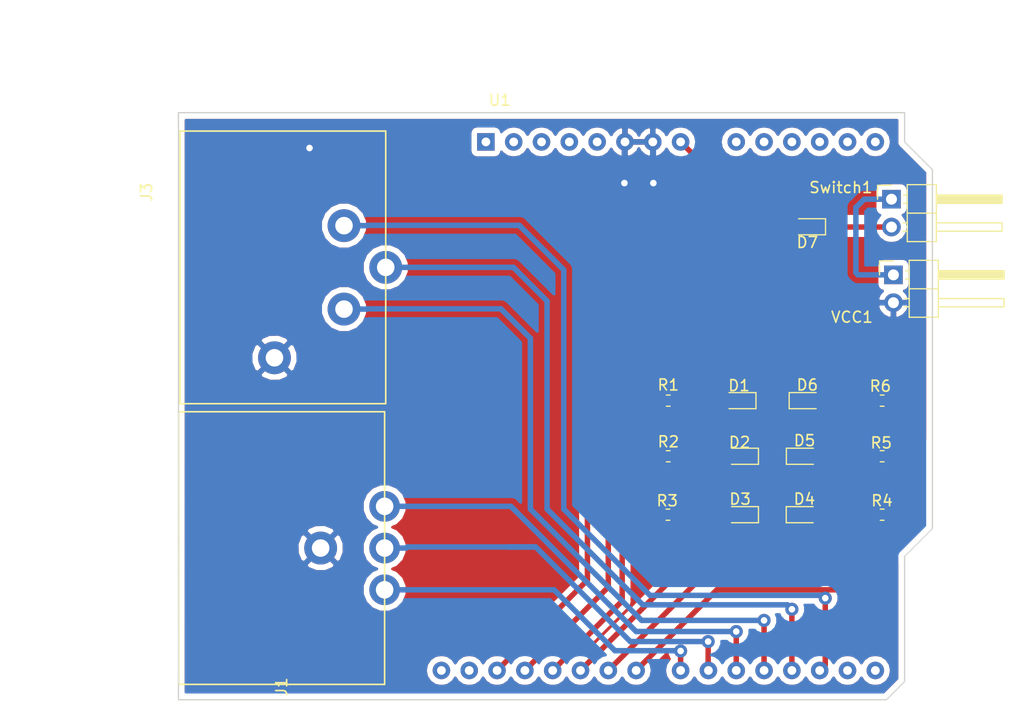
<source format=kicad_pcb>
(kicad_pcb (version 20171130) (host pcbnew "(5.0.1)-3")

  (general
    (thickness 1.6)
    (drawings 2)
    (tracks 112)
    (zones 0)
    (modules 18)
    (nets 38)
  )

  (page A4)
  (layers
    (0 F.Cu signal)
    (31 B.Cu signal)
    (32 B.Adhes user)
    (33 F.Adhes user)
    (34 B.Paste user)
    (35 F.Paste user)
    (36 B.SilkS user)
    (37 F.SilkS user)
    (38 B.Mask user)
    (39 F.Mask user)
    (40 Dwgs.User user)
    (41 Cmts.User user)
    (42 Eco1.User user)
    (43 Eco2.User user)
    (44 Edge.Cuts user)
    (45 Margin user)
    (46 B.CrtYd user)
    (47 F.CrtYd user)
    (48 B.Fab user)
    (49 F.Fab user)
  )

  (setup
    (last_trace_width 0.5)
    (trace_clearance 0.2)
    (zone_clearance 0.508)
    (zone_45_only no)
    (trace_min 0.2)
    (segment_width 0.2)
    (edge_width 0.15)
    (via_size 1.2)
    (via_drill 0.6)
    (via_min_size 0.4)
    (via_min_drill 0.3)
    (uvia_size 0.3)
    (uvia_drill 0.1)
    (uvias_allowed no)
    (uvia_min_size 0.2)
    (uvia_min_drill 0.1)
    (pcb_text_width 0.3)
    (pcb_text_size 1.5 1.5)
    (mod_edge_width 0.15)
    (mod_text_size 1 1)
    (mod_text_width 0.15)
    (pad_size 2.8 2.8)
    (pad_drill 1.6)
    (pad_to_mask_clearance 0.051)
    (solder_mask_min_width 0.25)
    (aux_axis_origin 0 0)
    (visible_elements 7FFFFFFF)
    (pcbplotparams
      (layerselection 0x010fc_ffffffff)
      (usegerberextensions false)
      (usegerberattributes false)
      (usegerberadvancedattributes false)
      (creategerberjobfile false)
      (excludeedgelayer true)
      (linewidth 0.100000)
      (plotframeref false)
      (viasonmask false)
      (mode 1)
      (useauxorigin false)
      (hpglpennumber 1)
      (hpglpenspeed 20)
      (hpglpendiameter 15.000000)
      (psnegative false)
      (psa4output false)
      (plotreference true)
      (plotvalue true)
      (plotinvisibletext false)
      (padsonsilk false)
      (subtractmaskfromsilk false)
      (outputformat 1)
      (mirror false)
      (drillshape 1)
      (scaleselection 1)
      (outputdirectory ""))
  )

  (net 0 "")
  (net 1 "Net-(D6-Pad2)")
  (net 2 "Net-(D5-Pad2)")
  (net 3 "Net-(D4-Pad2)")
  (net 4 "Net-(D3-Pad2)")
  (net 5 "Net-(D2-Pad2)")
  (net 6 "Net-(D1-Pad2)")
  (net 7 "Net-(U1-Pad29)")
  (net 8 "Net-(U1-Pad30)")
  (net 9 "Net-(U1-Pad1)")
  (net 10 "Net-(U1-Pad2)")
  (net 11 "Net-(U1-Pad3)")
  (net 12 "Net-(U1-Pad4)")
  (net 13 "Net-(J1-Pad2)")
  (net 14 "Net-(U1-Pad5)")
  (net 15 "Net-(J1-Pad3)")
  (net 16 "Net-(J1-Pad1)")
  (net 17 "Net-(R6-Pad2)")
  (net 18 "Net-(R5-Pad2)")
  (net 19 "Net-(U1-Pad9)")
  (net 20 "Net-(R4-Pad2)")
  (net 21 "Net-(U1-Pad10)")
  (net 22 "Net-(R3-Pad2)")
  (net 23 "Net-(U1-Pad11)")
  (net 24 "Net-(R2-Pad2)")
  (net 25 "Net-(U1-Pad12)")
  (net 26 "Net-(R1-Pad1)")
  (net 27 "Net-(U1-Pad13)")
  (net 28 "Net-(U1-Pad14)")
  (net 29 "Net-(U1-Pad15)")
  (net 30 "Net-(U1-Pad16)")
  (net 31 GND)
  (net 32 "Net-(J3-Pad2)")
  (net 33 "Net-(J3-Pad3)")
  (net 34 "Net-(J3-Pad1)")
  (net 35 "Net-(Switch1-Pad1)")
  (net 36 "Net-(D7-Pad2)")
  (net 37 "Net-(D7-Pad1)")

  (net_class Default "This is the default net class."
    (clearance 0.2)
    (trace_width 0.5)
    (via_dia 1.2)
    (via_drill 0.6)
    (uvia_dia 0.3)
    (uvia_drill 0.1)
    (add_net GND)
    (add_net "Net-(D1-Pad2)")
    (add_net "Net-(D2-Pad2)")
    (add_net "Net-(D3-Pad2)")
    (add_net "Net-(D4-Pad2)")
    (add_net "Net-(D5-Pad2)")
    (add_net "Net-(D6-Pad2)")
    (add_net "Net-(D7-Pad1)")
    (add_net "Net-(D7-Pad2)")
    (add_net "Net-(J1-Pad1)")
    (add_net "Net-(J1-Pad2)")
    (add_net "Net-(J1-Pad3)")
    (add_net "Net-(J3-Pad1)")
    (add_net "Net-(J3-Pad2)")
    (add_net "Net-(J3-Pad3)")
    (add_net "Net-(R1-Pad1)")
    (add_net "Net-(R2-Pad2)")
    (add_net "Net-(R3-Pad2)")
    (add_net "Net-(R4-Pad2)")
    (add_net "Net-(R5-Pad2)")
    (add_net "Net-(R6-Pad2)")
    (add_net "Net-(Switch1-Pad1)")
    (add_net "Net-(U1-Pad1)")
    (add_net "Net-(U1-Pad10)")
    (add_net "Net-(U1-Pad11)")
    (add_net "Net-(U1-Pad12)")
    (add_net "Net-(U1-Pad13)")
    (add_net "Net-(U1-Pad14)")
    (add_net "Net-(U1-Pad15)")
    (add_net "Net-(U1-Pad16)")
    (add_net "Net-(U1-Pad2)")
    (add_net "Net-(U1-Pad29)")
    (add_net "Net-(U1-Pad3)")
    (add_net "Net-(U1-Pad30)")
    (add_net "Net-(U1-Pad4)")
    (add_net "Net-(U1-Pad5)")
    (add_net "Net-(U1-Pad9)")
  )

  (net_class Power ""
    (clearance 0.5)
    (trace_width 1)
    (via_dia 1.2)
    (via_drill 0.6)
    (uvia_dia 0.3)
    (uvia_drill 0.1)
  )

  (module Diode_SMD:D_0603_1608Metric_Pad1.05x0.95mm_HandSolder (layer F.Cu) (tedit 5B4B45C8) (tstamp 5BFC8677)
    (at 137.555 84.455 180)
    (descr "Diode SMD 0603 (1608 Metric), square (rectangular) end terminal, IPC_7351 nominal, (Body size source: http://www.tortai-tech.com/upload/download/2011102023233369053.pdf), generated with kicad-footprint-generator")
    (tags "diode handsolder")
    (path /5BFC56E1)
    (attr smd)
    (fp_text reference D7 (at 0 -1.43 180) (layer F.SilkS)
      (effects (font (size 1 1) (thickness 0.15)))
    )
    (fp_text value DIODE (at 0 1.43 180) (layer F.Fab)
      (effects (font (size 1 1) (thickness 0.15)))
    )
    (fp_line (start 0.8 -0.4) (end -0.5 -0.4) (layer F.Fab) (width 0.1))
    (fp_line (start -0.5 -0.4) (end -0.8 -0.1) (layer F.Fab) (width 0.1))
    (fp_line (start -0.8 -0.1) (end -0.8 0.4) (layer F.Fab) (width 0.1))
    (fp_line (start -0.8 0.4) (end 0.8 0.4) (layer F.Fab) (width 0.1))
    (fp_line (start 0.8 0.4) (end 0.8 -0.4) (layer F.Fab) (width 0.1))
    (fp_line (start 0.8 -0.735) (end -1.66 -0.735) (layer F.SilkS) (width 0.12))
    (fp_line (start -1.66 -0.735) (end -1.66 0.735) (layer F.SilkS) (width 0.12))
    (fp_line (start -1.66 0.735) (end 0.8 0.735) (layer F.SilkS) (width 0.12))
    (fp_line (start -1.65 0.73) (end -1.65 -0.73) (layer F.CrtYd) (width 0.05))
    (fp_line (start -1.65 -0.73) (end 1.65 -0.73) (layer F.CrtYd) (width 0.05))
    (fp_line (start 1.65 -0.73) (end 1.65 0.73) (layer F.CrtYd) (width 0.05))
    (fp_line (start 1.65 0.73) (end -1.65 0.73) (layer F.CrtYd) (width 0.05))
    (fp_text user %R (at 0 0 180) (layer F.Fab)
      (effects (font (size 0.4 0.4) (thickness 0.06)))
    )
    (pad 1 smd roundrect (at -0.875 0 180) (size 1.05 0.95) (layers F.Cu F.Paste F.Mask) (roundrect_rratio 0.25)
      (net 37 "Net-(D7-Pad1)"))
    (pad 2 smd roundrect (at 0.875 0 180) (size 1.05 0.95) (layers F.Cu F.Paste F.Mask) (roundrect_rratio 0.25)
      (net 36 "Net-(D7-Pad2)"))
    (model ${KISYS3DMOD}/Diode_SMD.3dshapes/D_0603_1608Metric.wrl
      (at (xyz 0 0 0))
      (scale (xyz 1 1 1))
      (rotate (xyz 0 0 0))
    )
  )

  (module mano:Arduino_UNO_R2 (layer F.Cu) (tedit 5BFC45F3) (tstamp 5BFC0F0F)
    (at 108.204 76.708)
    (descr "Arduino UNO R2, http://www.mouser.com/pdfdocs/Gravitech_Arduino_Nano3_0.pdf")
    (tags "Arduino UNO R2")
    (path /5BE0B619)
    (fp_text reference U1 (at 1.27 -3.81 180) (layer F.SilkS)
      (effects (font (size 1 1) (thickness 0.15)))
    )
    (fp_text value Arduino_UNO_R2 (at 0 21.59) (layer F.Fab)
      (effects (font (size 1 1) (thickness 0.15)))
    )
    (fp_text user %R (at 0 19.05 180) (layer F.Fab)
      (effects (font (size 1 1) (thickness 0.15)))
    )
    (fp_line (start 38.35 -2.79) (end 38.35 0) (layer F.CrtYd) (width 0.05))
    (fp_line (start 38.35 0) (end 40.89 2.54) (layer F.CrtYd) (width 0.05))
    (fp_line (start 40.89 2.54) (end 40.89 35.31) (layer F.CrtYd) (width 0.05))
    (fp_line (start 40.89 35.31) (end 38.35 37.85) (layer F.CrtYd) (width 0.05))
    (fp_line (start 38.35 37.85) (end 38.35 49.28) (layer F.CrtYd) (width 0.05))
    (fp_line (start 38.35 49.28) (end 36.58 51.05) (layer F.CrtYd) (width 0.05))
    (fp_line (start 36.58 51.05) (end -28.19 51.05) (layer F.CrtYd) (width 0.05))
    (fp_line (start -28.19 51.05) (end -28.19 41.53) (layer F.CrtYd) (width 0.05))
    (fp_line (start -28.19 41.53) (end -34.54 41.53) (layer F.CrtYd) (width 0.05))
    (fp_line (start -34.54 41.53) (end -34.54 29.59) (layer F.CrtYd) (width 0.05))
    (fp_line (start -34.54 29.59) (end -28.19 29.59) (layer F.CrtYd) (width 0.05))
    (fp_line (start -28.19 29.59) (end -28.19 9.78) (layer F.CrtYd) (width 0.05))
    (fp_line (start -28.19 9.78) (end -30.1 9.78) (layer F.CrtYd) (width 0.05))
    (fp_line (start -30.1 9.78) (end -30.1 0.38) (layer F.CrtYd) (width 0.05))
    (fp_line (start -30.1 0.38) (end -28.19 0.38) (layer F.CrtYd) (width 0.05))
    (fp_line (start -28.19 0.38) (end -28.19 -2.79) (layer F.CrtYd) (width 0.05))
    (fp_line (start -28.19 -2.79) (end 38.35 -2.79) (layer F.CrtYd) (width 0.05))
    (fp_line (start 40.77 35.31) (end 40.77 2.54) (layer Edge.Cuts) (width 0.12))
    (fp_line (start 40.77 2.54) (end 38.23 0) (layer Edge.Cuts) (width 0.12))
    (fp_line (start 38.23 0) (end 38.23 -2.67) (layer Edge.Cuts) (width 0.12))
    (fp_line (start 38.23 -2.67) (end -28.07 -2.67) (layer Edge.Cuts) (width 0.12))
    (fp_line (start -28.07 -2.67) (end -28.067 0.508) (layer Edge.Cuts) (width 0.12))
    (fp_line (start -28.067 0.508) (end -28.067 29.591) (layer Edge.Cuts) (width 0.12))
    (fp_line (start -28.067 29.591) (end -28.07 50.93) (layer Edge.Cuts) (width 0.12))
    (fp_line (start -28.07 50.93) (end 36.58 50.93) (layer Edge.Cuts) (width 0.12))
    (fp_line (start 36.58 50.93) (end 38.23 49.28) (layer Edge.Cuts) (width 0.12))
    (fp_line (start 38.23 49.28) (end 38.23 37.85) (layer Edge.Cuts) (width 0.12))
    (fp_line (start 38.23 37.85) (end 40.77 35.31) (layer Edge.Cuts) (width 0.12))
    (fp_line (start -34.29 29.84) (end -18.41 29.84) (layer F.Fab) (width 0.1))
    (fp_line (start -18.41 29.84) (end -18.41 41.27) (layer F.Fab) (width 0.1))
    (fp_line (start -18.41 41.27) (end -34.29 41.27) (layer F.Fab) (width 0.1))
    (fp_line (start -34.29 41.27) (end -34.29 29.84) (layer F.Fab) (width 0.1))
    (fp_line (start -29.84 0.64) (end -16.51 0.64) (layer F.Fab) (width 0.1))
    (fp_line (start -16.51 0.64) (end -16.51 9.53) (layer F.Fab) (width 0.1))
    (fp_line (start -16.51 9.53) (end -29.84 9.53) (layer F.Fab) (width 0.1))
    (fp_line (start -29.84 9.53) (end -29.84 0.64) (layer F.Fab) (width 0.1))
    (fp_line (start 38.1 37.85) (end 38.1 49.28) (layer F.Fab) (width 0.1))
    (fp_line (start 40.64 2.54) (end 40.64 35.31) (layer F.Fab) (width 0.1))
    (fp_line (start 40.64 35.31) (end 38.1 37.85) (layer F.Fab) (width 0.1))
    (fp_line (start 38.1 -2.54) (end 38.1 0) (layer F.Fab) (width 0.1))
    (fp_line (start 38.1 0) (end 40.64 2.54) (layer F.Fab) (width 0.1))
    (fp_line (start 38.1 49.28) (end 36.58 50.8) (layer F.Fab) (width 0.1))
    (fp_line (start 36.58 50.8) (end -27.94 50.8) (layer F.Fab) (width 0.1))
    (fp_line (start -27.94 50.8) (end -27.94 -2.54) (layer F.Fab) (width 0.1))
    (fp_line (start -27.94 -2.54) (end 38.1 -2.54) (layer F.Fab) (width 0.1))
    (pad 29 thru_hole oval (at -1.52 48.26 90) (size 1.6 1.6) (drill 0.8) (layers *.Cu *.Mask)
      (net 7 "Net-(U1-Pad29)"))
    (pad 30 thru_hole oval (at -4.06 48.26 90) (size 1.6 1.6) (drill 0.8) (layers *.Cu *.Mask)
      (net 8 "Net-(U1-Pad30)"))
    (pad 1 thru_hole rect (at 0 0 90) (size 1.6 1.6) (drill 0.8) (layers *.Cu *.Mask)
      (net 9 "Net-(U1-Pad1)"))
    (pad 17 thru_hole oval (at 30.48 48.26 90) (size 1.6 1.6) (drill 0.8) (layers *.Cu *.Mask)
      (net 32 "Net-(J3-Pad2)"))
    (pad 2 thru_hole oval (at 2.54 0 90) (size 1.6 1.6) (drill 0.8) (layers *.Cu *.Mask)
      (net 10 "Net-(U1-Pad2)"))
    (pad 18 thru_hole oval (at 27.94 48.26 90) (size 1.6 1.6) (drill 0.8) (layers *.Cu *.Mask)
      (net 33 "Net-(J3-Pad3)"))
    (pad 3 thru_hole oval (at 5.08 0 90) (size 1.6 1.6) (drill 0.8) (layers *.Cu *.Mask)
      (net 11 "Net-(U1-Pad3)"))
    (pad 19 thru_hole oval (at 25.4 48.26 90) (size 1.6 1.6) (drill 0.8) (layers *.Cu *.Mask)
      (net 34 "Net-(J3-Pad1)"))
    (pad 4 thru_hole oval (at 7.62 0 90) (size 1.6 1.6) (drill 0.8) (layers *.Cu *.Mask)
      (net 12 "Net-(U1-Pad4)"))
    (pad 20 thru_hole oval (at 22.86 48.26 90) (size 1.6 1.6) (drill 0.8) (layers *.Cu *.Mask)
      (net 16 "Net-(J1-Pad1)"))
    (pad 5 thru_hole oval (at 10.16 0 90) (size 1.6 1.6) (drill 0.8) (layers *.Cu *.Mask)
      (net 14 "Net-(U1-Pad5)"))
    (pad 21 thru_hole oval (at 20.32 48.26 90) (size 1.6 1.6) (drill 0.8) (layers *.Cu *.Mask)
      (net 15 "Net-(J1-Pad3)"))
    (pad 6 thru_hole oval (at 12.7 0 90) (size 1.6 1.6) (drill 0.8) (layers *.Cu *.Mask)
      (net 31 GND))
    (pad 22 thru_hole oval (at 17.78 48.26 90) (size 1.6 1.6) (drill 0.8) (layers *.Cu *.Mask)
      (net 13 "Net-(J1-Pad2)"))
    (pad 7 thru_hole oval (at 15.24 0 90) (size 1.6 1.6) (drill 0.8) (layers *.Cu *.Mask)
      (net 31 GND))
    (pad 23 thru_hole oval (at 13.72 48.26 90) (size 1.6 1.6) (drill 0.8) (layers *.Cu *.Mask)
      (net 17 "Net-(R6-Pad2)"))
    (pad 8 thru_hole oval (at 17.78 0 90) (size 1.6 1.6) (drill 0.8) (layers *.Cu *.Mask)
      (net 36 "Net-(D7-Pad2)"))
    (pad 24 thru_hole oval (at 11.18 48.26 90) (size 1.6 1.6) (drill 0.8) (layers *.Cu *.Mask)
      (net 18 "Net-(R5-Pad2)"))
    (pad 9 thru_hole oval (at 22.86 0 90) (size 1.6 1.6) (drill 0.8) (layers *.Cu *.Mask)
      (net 19 "Net-(U1-Pad9)"))
    (pad 25 thru_hole oval (at 8.64 48.26 90) (size 1.6 1.6) (drill 0.8) (layers *.Cu *.Mask)
      (net 20 "Net-(R4-Pad2)"))
    (pad 10 thru_hole oval (at 25.4 0 90) (size 1.6 1.6) (drill 0.8) (layers *.Cu *.Mask)
      (net 21 "Net-(U1-Pad10)"))
    (pad 26 thru_hole oval (at 6.1 48.26 90) (size 1.6 1.6) (drill 0.8) (layers *.Cu *.Mask)
      (net 22 "Net-(R3-Pad2)"))
    (pad 11 thru_hole oval (at 27.94 0 90) (size 1.6 1.6) (drill 0.8) (layers *.Cu *.Mask)
      (net 23 "Net-(U1-Pad11)"))
    (pad 27 thru_hole oval (at 3.56 48.26 90) (size 1.6 1.6) (drill 0.8) (layers *.Cu *.Mask)
      (net 24 "Net-(R2-Pad2)"))
    (pad 12 thru_hole oval (at 30.48 0 90) (size 1.6 1.6) (drill 0.8) (layers *.Cu *.Mask)
      (net 25 "Net-(U1-Pad12)"))
    (pad 28 thru_hole oval (at 1.02 48.26 90) (size 1.6 1.6) (drill 0.8) (layers *.Cu *.Mask)
      (net 26 "Net-(R1-Pad1)"))
    (pad 13 thru_hole oval (at 33.02 0 90) (size 1.6 1.6) (drill 0.8) (layers *.Cu *.Mask)
      (net 27 "Net-(U1-Pad13)"))
    (pad 14 thru_hole oval (at 35.56 0 90) (size 1.6 1.6) (drill 0.8) (layers *.Cu *.Mask)
      (net 28 "Net-(U1-Pad14)"))
    (pad 15 thru_hole oval (at 35.56 48.26 90) (size 1.6 1.6) (drill 0.8) (layers *.Cu *.Mask)
      (net 29 "Net-(U1-Pad15)"))
    (pad 16 thru_hole oval (at 33.02 48.26 90) (size 1.6 1.6) (drill 0.8) (layers *.Cu *.Mask)
      (net 30 "Net-(U1-Pad16)"))
    (model ${KISYS3DMOD}/Module.3dshapes/Arduino_UNO_R2.wrl
      (at (xyz 0 0 0))
      (scale (xyz 1 1 1))
      (rotate (xyz 0 0 0))
    )
  )

  (module XLR_mano:XLR_footprint (layer F.Cu) (tedit 5BF0F53B) (tstamp 5BFC6454)
    (at 99.06 88.1634 90)
    (path /5BFCA7B8)
    (fp_text reference J3 (at 6.858 -21.844 90) (layer F.SilkS)
      (effects (font (size 1 1) (thickness 0.15)))
    )
    (fp_text value XLR3_Ground (at -6.096 -21.59 90) (layer F.Fab)
      (effects (font (size 1 1) (thickness 0.15)))
    )
    (fp_line (start -12.446 0) (end 0 0) (layer F.SilkS) (width 0.15))
    (fp_line (start -12.446 -18.796) (end -12.446 0) (layer F.SilkS) (width 0.15))
    (fp_line (start 12.446 -18.796) (end -12.446 -18.796) (layer F.SilkS) (width 0.15))
    (fp_line (start 12.446 0) (end 12.446 -18.796) (layer F.SilkS) (width 0.15))
    (fp_line (start 0 0) (end 12.446 0) (layer F.SilkS) (width 0.15))
    (pad G thru_hole circle (at -8.255 -10.16 90) (size 3 3) (drill 1.6) (layers *.Cu *.Mask)
      (net 31 GND))
    (pad 3 thru_hole circle (at 0 0 90) (size 3 3) (drill 1.6) (layers *.Cu *.Mask)
      (net 33 "Net-(J3-Pad3)"))
    (pad 2 thru_hole circle (at 3.81 -3.81 90) (size 3 3) (drill 1.6) (layers *.Cu *.Mask)
      (net 32 "Net-(J3-Pad2)"))
    (pad 1 thru_hole circle (at -3.81 -3.81 90) (size 3 3) (drill 1.6) (layers *.Cu *.Mask)
      (net 34 "Net-(J3-Pad1)"))
  )

  (module Connector_PinHeader_2.54mm:PinHeader_1x02_P2.54mm_Horizontal (layer F.Cu) (tedit 59FED5CB) (tstamp 5BFC4085)
    (at 145.415 88.847801)
    (descr "Through hole angled pin header, 1x02, 2.54mm pitch, 6mm pin length, single row")
    (tags "Through hole angled pin header THT 1x02 2.54mm single row")
    (path /5BE12452)
    (fp_text reference VCC1 (at -3.7846 3.862199) (layer F.SilkS)
      (effects (font (size 1 1) (thickness 0.15)))
    )
    (fp_text value Connector (at 4.385 4.81) (layer F.Fab)
      (effects (font (size 1 1) (thickness 0.15)))
    )
    (fp_text user %R (at 2.77 1.27 90) (layer F.Fab)
      (effects (font (size 1 1) (thickness 0.15)))
    )
    (fp_line (start 10.55 -1.8) (end -1.8 -1.8) (layer F.CrtYd) (width 0.05))
    (fp_line (start 10.55 4.35) (end 10.55 -1.8) (layer F.CrtYd) (width 0.05))
    (fp_line (start -1.8 4.35) (end 10.55 4.35) (layer F.CrtYd) (width 0.05))
    (fp_line (start -1.8 -1.8) (end -1.8 4.35) (layer F.CrtYd) (width 0.05))
    (fp_line (start -1.27 -1.27) (end 0 -1.27) (layer F.SilkS) (width 0.12))
    (fp_line (start -1.27 0) (end -1.27 -1.27) (layer F.SilkS) (width 0.12))
    (fp_line (start 1.042929 2.92) (end 1.44 2.92) (layer F.SilkS) (width 0.12))
    (fp_line (start 1.042929 2.16) (end 1.44 2.16) (layer F.SilkS) (width 0.12))
    (fp_line (start 10.1 2.92) (end 4.1 2.92) (layer F.SilkS) (width 0.12))
    (fp_line (start 10.1 2.16) (end 10.1 2.92) (layer F.SilkS) (width 0.12))
    (fp_line (start 4.1 2.16) (end 10.1 2.16) (layer F.SilkS) (width 0.12))
    (fp_line (start 1.44 1.27) (end 4.1 1.27) (layer F.SilkS) (width 0.12))
    (fp_line (start 1.11 0.38) (end 1.44 0.38) (layer F.SilkS) (width 0.12))
    (fp_line (start 1.11 -0.38) (end 1.44 -0.38) (layer F.SilkS) (width 0.12))
    (fp_line (start 4.1 0.28) (end 10.1 0.28) (layer F.SilkS) (width 0.12))
    (fp_line (start 4.1 0.16) (end 10.1 0.16) (layer F.SilkS) (width 0.12))
    (fp_line (start 4.1 0.04) (end 10.1 0.04) (layer F.SilkS) (width 0.12))
    (fp_line (start 4.1 -0.08) (end 10.1 -0.08) (layer F.SilkS) (width 0.12))
    (fp_line (start 4.1 -0.2) (end 10.1 -0.2) (layer F.SilkS) (width 0.12))
    (fp_line (start 4.1 -0.32) (end 10.1 -0.32) (layer F.SilkS) (width 0.12))
    (fp_line (start 10.1 0.38) (end 4.1 0.38) (layer F.SilkS) (width 0.12))
    (fp_line (start 10.1 -0.38) (end 10.1 0.38) (layer F.SilkS) (width 0.12))
    (fp_line (start 4.1 -0.38) (end 10.1 -0.38) (layer F.SilkS) (width 0.12))
    (fp_line (start 4.1 -1.33) (end 1.44 -1.33) (layer F.SilkS) (width 0.12))
    (fp_line (start 4.1 3.87) (end 4.1 -1.33) (layer F.SilkS) (width 0.12))
    (fp_line (start 1.44 3.87) (end 4.1 3.87) (layer F.SilkS) (width 0.12))
    (fp_line (start 1.44 -1.33) (end 1.44 3.87) (layer F.SilkS) (width 0.12))
    (fp_line (start 4.04 2.86) (end 10.04 2.86) (layer F.Fab) (width 0.1))
    (fp_line (start 10.04 2.22) (end 10.04 2.86) (layer F.Fab) (width 0.1))
    (fp_line (start 4.04 2.22) (end 10.04 2.22) (layer F.Fab) (width 0.1))
    (fp_line (start -0.32 2.86) (end 1.5 2.86) (layer F.Fab) (width 0.1))
    (fp_line (start -0.32 2.22) (end -0.32 2.86) (layer F.Fab) (width 0.1))
    (fp_line (start -0.32 2.22) (end 1.5 2.22) (layer F.Fab) (width 0.1))
    (fp_line (start 4.04 0.32) (end 10.04 0.32) (layer F.Fab) (width 0.1))
    (fp_line (start 10.04 -0.32) (end 10.04 0.32) (layer F.Fab) (width 0.1))
    (fp_line (start 4.04 -0.32) (end 10.04 -0.32) (layer F.Fab) (width 0.1))
    (fp_line (start -0.32 0.32) (end 1.5 0.32) (layer F.Fab) (width 0.1))
    (fp_line (start -0.32 -0.32) (end -0.32 0.32) (layer F.Fab) (width 0.1))
    (fp_line (start -0.32 -0.32) (end 1.5 -0.32) (layer F.Fab) (width 0.1))
    (fp_line (start 1.5 -0.635) (end 2.135 -1.27) (layer F.Fab) (width 0.1))
    (fp_line (start 1.5 3.81) (end 1.5 -0.635) (layer F.Fab) (width 0.1))
    (fp_line (start 4.04 3.81) (end 1.5 3.81) (layer F.Fab) (width 0.1))
    (fp_line (start 4.04 -1.27) (end 4.04 3.81) (layer F.Fab) (width 0.1))
    (fp_line (start 2.135 -1.27) (end 4.04 -1.27) (layer F.Fab) (width 0.1))
    (pad 2 thru_hole oval (at 0 2.54) (size 1.7 1.7) (drill 1) (layers *.Cu *.Mask)
      (net 31 GND))
    (pad 1 thru_hole rect (at 0 0) (size 1.7 1.7) (drill 1) (layers *.Cu *.Mask)
      (net 35 "Net-(Switch1-Pad1)"))
    (model ${KISYS3DMOD}/Connector_PinHeader_2.54mm.3dshapes/PinHeader_1x02_P2.54mm_Horizontal.wrl
      (at (xyz 0 0 0))
      (scale (xyz 1 1 1))
      (rotate (xyz 0 0 0))
    )
  )

  (module Connector_PinHeader_2.54mm:PinHeader_1x02_P2.54mm_Horizontal (layer F.Cu) (tedit 59FED5CB) (tstamp 5BFC3E52)
    (at 145.2372 81.9404)
    (descr "Through hole angled pin header, 1x02, 2.54mm pitch, 6mm pin length, single row")
    (tags "Through hole angled pin header THT 1x02 2.54mm single row")
    (path /5BE124E0)
    (fp_text reference Switch1 (at -4.6228 -1.0668) (layer F.SilkS)
      (effects (font (size 1 1) (thickness 0.15)))
    )
    (fp_text value Conn_01x02_Female (at 4.385 4.81) (layer F.Fab)
      (effects (font (size 1 1) (thickness 0.15)))
    )
    (fp_line (start 2.135 -1.27) (end 4.04 -1.27) (layer F.Fab) (width 0.1))
    (fp_line (start 4.04 -1.27) (end 4.04 3.81) (layer F.Fab) (width 0.1))
    (fp_line (start 4.04 3.81) (end 1.5 3.81) (layer F.Fab) (width 0.1))
    (fp_line (start 1.5 3.81) (end 1.5 -0.635) (layer F.Fab) (width 0.1))
    (fp_line (start 1.5 -0.635) (end 2.135 -1.27) (layer F.Fab) (width 0.1))
    (fp_line (start -0.32 -0.32) (end 1.5 -0.32) (layer F.Fab) (width 0.1))
    (fp_line (start -0.32 -0.32) (end -0.32 0.32) (layer F.Fab) (width 0.1))
    (fp_line (start -0.32 0.32) (end 1.5 0.32) (layer F.Fab) (width 0.1))
    (fp_line (start 4.04 -0.32) (end 10.04 -0.32) (layer F.Fab) (width 0.1))
    (fp_line (start 10.04 -0.32) (end 10.04 0.32) (layer F.Fab) (width 0.1))
    (fp_line (start 4.04 0.32) (end 10.04 0.32) (layer F.Fab) (width 0.1))
    (fp_line (start -0.32 2.22) (end 1.5 2.22) (layer F.Fab) (width 0.1))
    (fp_line (start -0.32 2.22) (end -0.32 2.86) (layer F.Fab) (width 0.1))
    (fp_line (start -0.32 2.86) (end 1.5 2.86) (layer F.Fab) (width 0.1))
    (fp_line (start 4.04 2.22) (end 10.04 2.22) (layer F.Fab) (width 0.1))
    (fp_line (start 10.04 2.22) (end 10.04 2.86) (layer F.Fab) (width 0.1))
    (fp_line (start 4.04 2.86) (end 10.04 2.86) (layer F.Fab) (width 0.1))
    (fp_line (start 1.44 -1.33) (end 1.44 3.87) (layer F.SilkS) (width 0.12))
    (fp_line (start 1.44 3.87) (end 4.1 3.87) (layer F.SilkS) (width 0.12))
    (fp_line (start 4.1 3.87) (end 4.1 -1.33) (layer F.SilkS) (width 0.12))
    (fp_line (start 4.1 -1.33) (end 1.44 -1.33) (layer F.SilkS) (width 0.12))
    (fp_line (start 4.1 -0.38) (end 10.1 -0.38) (layer F.SilkS) (width 0.12))
    (fp_line (start 10.1 -0.38) (end 10.1 0.38) (layer F.SilkS) (width 0.12))
    (fp_line (start 10.1 0.38) (end 4.1 0.38) (layer F.SilkS) (width 0.12))
    (fp_line (start 4.1 -0.32) (end 10.1 -0.32) (layer F.SilkS) (width 0.12))
    (fp_line (start 4.1 -0.2) (end 10.1 -0.2) (layer F.SilkS) (width 0.12))
    (fp_line (start 4.1 -0.08) (end 10.1 -0.08) (layer F.SilkS) (width 0.12))
    (fp_line (start 4.1 0.04) (end 10.1 0.04) (layer F.SilkS) (width 0.12))
    (fp_line (start 4.1 0.16) (end 10.1 0.16) (layer F.SilkS) (width 0.12))
    (fp_line (start 4.1 0.28) (end 10.1 0.28) (layer F.SilkS) (width 0.12))
    (fp_line (start 1.11 -0.38) (end 1.44 -0.38) (layer F.SilkS) (width 0.12))
    (fp_line (start 1.11 0.38) (end 1.44 0.38) (layer F.SilkS) (width 0.12))
    (fp_line (start 1.44 1.27) (end 4.1 1.27) (layer F.SilkS) (width 0.12))
    (fp_line (start 4.1 2.16) (end 10.1 2.16) (layer F.SilkS) (width 0.12))
    (fp_line (start 10.1 2.16) (end 10.1 2.92) (layer F.SilkS) (width 0.12))
    (fp_line (start 10.1 2.92) (end 4.1 2.92) (layer F.SilkS) (width 0.12))
    (fp_line (start 1.042929 2.16) (end 1.44 2.16) (layer F.SilkS) (width 0.12))
    (fp_line (start 1.042929 2.92) (end 1.44 2.92) (layer F.SilkS) (width 0.12))
    (fp_line (start -1.27 0) (end -1.27 -1.27) (layer F.SilkS) (width 0.12))
    (fp_line (start -1.27 -1.27) (end 0 -1.27) (layer F.SilkS) (width 0.12))
    (fp_line (start -1.8 -1.8) (end -1.8 4.35) (layer F.CrtYd) (width 0.05))
    (fp_line (start -1.8 4.35) (end 10.55 4.35) (layer F.CrtYd) (width 0.05))
    (fp_line (start 10.55 4.35) (end 10.55 -1.8) (layer F.CrtYd) (width 0.05))
    (fp_line (start 10.55 -1.8) (end -1.8 -1.8) (layer F.CrtYd) (width 0.05))
    (fp_text user %R (at 2.77 1.27 90) (layer F.Fab)
      (effects (font (size 1 1) (thickness 0.15)))
    )
    (pad 1 thru_hole rect (at 0 0) (size 1.7 1.7) (drill 1) (layers *.Cu *.Mask)
      (net 35 "Net-(Switch1-Pad1)"))
    (pad 2 thru_hole oval (at 0 2.54) (size 1.7 1.7) (drill 1) (layers *.Cu *.Mask)
      (net 37 "Net-(D7-Pad1)"))
    (model ${KISYS3DMOD}/Connector_PinHeader_2.54mm.3dshapes/PinHeader_1x02_P2.54mm_Horizontal.wrl
      (at (xyz 0 0 0))
      (scale (xyz 1 1 1))
      (rotate (xyz 0 0 0))
    )
  )

  (module LED_SMD:LED_0603_1608Metric_Pad1.05x0.95mm_HandSolder (layer F.Cu) (tedit 5B4B45C9) (tstamp 5BFC4C10)
    (at 131.205 100.33 180)
    (descr "LED SMD 0603 (1608 Metric), square (rectangular) end terminal, IPC_7351 nominal, (Body size source: http://www.tortai-tech.com/upload/download/2011102023233369053.pdf), generated with kicad-footprint-generator")
    (tags "LED handsolder")
    (path /5BE11FA5)
    (attr smd)
    (fp_text reference D1 (at -0.113 1.3716 180) (layer F.SilkS)
      (effects (font (size 1 1) (thickness 0.15)))
    )
    (fp_text value LED (at 0.0902 -1.4224 180) (layer F.Fab)
      (effects (font (size 1 1) (thickness 0.15)))
    )
    (fp_text user %R (at 0 0 180) (layer F.Fab)
      (effects (font (size 0.4 0.4) (thickness 0.06)))
    )
    (fp_line (start 1.65 0.73) (end -1.65 0.73) (layer F.CrtYd) (width 0.05))
    (fp_line (start 1.65 -0.73) (end 1.65 0.73) (layer F.CrtYd) (width 0.05))
    (fp_line (start -1.65 -0.73) (end 1.65 -0.73) (layer F.CrtYd) (width 0.05))
    (fp_line (start -1.65 0.73) (end -1.65 -0.73) (layer F.CrtYd) (width 0.05))
    (fp_line (start -1.66 0.735) (end 0.8 0.735) (layer F.SilkS) (width 0.12))
    (fp_line (start -1.66 -0.735) (end -1.66 0.735) (layer F.SilkS) (width 0.12))
    (fp_line (start 0.8 -0.735) (end -1.66 -0.735) (layer F.SilkS) (width 0.12))
    (fp_line (start 0.8 0.4) (end 0.8 -0.4) (layer F.Fab) (width 0.1))
    (fp_line (start -0.8 0.4) (end 0.8 0.4) (layer F.Fab) (width 0.1))
    (fp_line (start -0.8 -0.1) (end -0.8 0.4) (layer F.Fab) (width 0.1))
    (fp_line (start -0.5 -0.4) (end -0.8 -0.1) (layer F.Fab) (width 0.1))
    (fp_line (start 0.8 -0.4) (end -0.5 -0.4) (layer F.Fab) (width 0.1))
    (pad 2 smd roundrect (at 0.875 0 180) (size 1.05 0.95) (layers F.Cu F.Paste F.Mask) (roundrect_rratio 0.25)
      (net 6 "Net-(D1-Pad2)"))
    (pad 1 smd roundrect (at -0.875 0 180) (size 1.05 0.95) (layers F.Cu F.Paste F.Mask) (roundrect_rratio 0.25)
      (net 31 GND))
    (model ${KISYS3DMOD}/LED_SMD.3dshapes/LED_0603_1608Metric.wrl
      (at (xyz 0 0 0))
      (scale (xyz 1 1 1))
      (rotate (xyz 0 0 0))
    )
  )

  (module LED_SMD:LED_0603_1608Metric_Pad1.05x0.95mm_HandSolder (layer F.Cu) (tedit 5B4B45C9) (tstamp 5BFC3E0C)
    (at 131.431 110.744 180)
    (descr "LED SMD 0603 (1608 Metric), square (rectangular) end terminal, IPC_7351 nominal, (Body size source: http://www.tortai-tech.com/upload/download/2011102023233369053.pdf), generated with kicad-footprint-generator")
    (tags "LED handsolder")
    (path /5BE0B862)
    (attr smd)
    (fp_text reference D3 (at 0.0114 1.4224 180) (layer F.SilkS)
      (effects (font (size 1 1) (thickness 0.15)))
    )
    (fp_text value LED (at -0.0902 -1.4732 180) (layer F.Fab)
      (effects (font (size 1 1) (thickness 0.15)))
    )
    (fp_line (start 0.8 -0.4) (end -0.5 -0.4) (layer F.Fab) (width 0.1))
    (fp_line (start -0.5 -0.4) (end -0.8 -0.1) (layer F.Fab) (width 0.1))
    (fp_line (start -0.8 -0.1) (end -0.8 0.4) (layer F.Fab) (width 0.1))
    (fp_line (start -0.8 0.4) (end 0.8 0.4) (layer F.Fab) (width 0.1))
    (fp_line (start 0.8 0.4) (end 0.8 -0.4) (layer F.Fab) (width 0.1))
    (fp_line (start 0.8 -0.735) (end -1.66 -0.735) (layer F.SilkS) (width 0.12))
    (fp_line (start -1.66 -0.735) (end -1.66 0.735) (layer F.SilkS) (width 0.12))
    (fp_line (start -1.66 0.735) (end 0.8 0.735) (layer F.SilkS) (width 0.12))
    (fp_line (start -1.65 0.73) (end -1.65 -0.73) (layer F.CrtYd) (width 0.05))
    (fp_line (start -1.65 -0.73) (end 1.65 -0.73) (layer F.CrtYd) (width 0.05))
    (fp_line (start 1.65 -0.73) (end 1.65 0.73) (layer F.CrtYd) (width 0.05))
    (fp_line (start 1.65 0.73) (end -1.65 0.73) (layer F.CrtYd) (width 0.05))
    (fp_text user %R (at 0 0 180) (layer F.Fab)
      (effects (font (size 0.4 0.4) (thickness 0.06)))
    )
    (pad 1 smd roundrect (at -0.875 0 180) (size 1.05 0.95) (layers F.Cu F.Paste F.Mask) (roundrect_rratio 0.25)
      (net 31 GND))
    (pad 2 smd roundrect (at 0.875 0 180) (size 1.05 0.95) (layers F.Cu F.Paste F.Mask) (roundrect_rratio 0.25)
      (net 4 "Net-(D3-Pad2)"))
    (model ${KISYS3DMOD}/LED_SMD.3dshapes/LED_0603_1608Metric.wrl
      (at (xyz 0 0 0))
      (scale (xyz 1 1 1))
      (rotate (xyz 0 0 0))
    )
  )

  (module LED_SMD:LED_0603_1608Metric_Pad1.05x0.95mm_HandSolder (layer F.Cu) (tedit 5B4B45C9) (tstamp 5BFC3DF9)
    (at 137.287 110.744)
    (descr "LED SMD 0603 (1608 Metric), square (rectangular) end terminal, IPC_7351 nominal, (Body size source: http://www.tortai-tech.com/upload/download/2011102023233369053.pdf), generated with kicad-footprint-generator")
    (tags "LED handsolder")
    (path /5BE11DF9)
    (attr smd)
    (fp_text reference D4 (at 0 -1.43) (layer F.SilkS)
      (effects (font (size 1 1) (thickness 0.15)))
    )
    (fp_text value LED (at 0 1.43) (layer F.Fab)
      (effects (font (size 1 1) (thickness 0.15)))
    )
    (fp_text user %R (at 0 0) (layer F.Fab)
      (effects (font (size 0.4 0.4) (thickness 0.06)))
    )
    (fp_line (start 1.65 0.73) (end -1.65 0.73) (layer F.CrtYd) (width 0.05))
    (fp_line (start 1.65 -0.73) (end 1.65 0.73) (layer F.CrtYd) (width 0.05))
    (fp_line (start -1.65 -0.73) (end 1.65 -0.73) (layer F.CrtYd) (width 0.05))
    (fp_line (start -1.65 0.73) (end -1.65 -0.73) (layer F.CrtYd) (width 0.05))
    (fp_line (start -1.66 0.735) (end 0.8 0.735) (layer F.SilkS) (width 0.12))
    (fp_line (start -1.66 -0.735) (end -1.66 0.735) (layer F.SilkS) (width 0.12))
    (fp_line (start 0.8 -0.735) (end -1.66 -0.735) (layer F.SilkS) (width 0.12))
    (fp_line (start 0.8 0.4) (end 0.8 -0.4) (layer F.Fab) (width 0.1))
    (fp_line (start -0.8 0.4) (end 0.8 0.4) (layer F.Fab) (width 0.1))
    (fp_line (start -0.8 -0.1) (end -0.8 0.4) (layer F.Fab) (width 0.1))
    (fp_line (start -0.5 -0.4) (end -0.8 -0.1) (layer F.Fab) (width 0.1))
    (fp_line (start 0.8 -0.4) (end -0.5 -0.4) (layer F.Fab) (width 0.1))
    (pad 2 smd roundrect (at 0.875 0) (size 1.05 0.95) (layers F.Cu F.Paste F.Mask) (roundrect_rratio 0.25)
      (net 3 "Net-(D4-Pad2)"))
    (pad 1 smd roundrect (at -0.875 0) (size 1.05 0.95) (layers F.Cu F.Paste F.Mask) (roundrect_rratio 0.25)
      (net 31 GND))
    (model ${KISYS3DMOD}/LED_SMD.3dshapes/LED_0603_1608Metric.wrl
      (at (xyz 0 0 0))
      (scale (xyz 1 1 1))
      (rotate (xyz 0 0 0))
    )
  )

  (module LED_SMD:LED_0603_1608Metric_Pad1.05x0.95mm_HandSolder (layer F.Cu) (tedit 5B4B45C9) (tstamp 5BFC3DE6)
    (at 137.301 105.41)
    (descr "LED SMD 0603 (1608 Metric), square (rectangular) end terminal, IPC_7351 nominal, (Body size source: http://www.tortai-tech.com/upload/download/2011102023233369053.pdf), generated with kicad-footprint-generator")
    (tags "LED handsolder")
    (path /5BE120E5)
    (attr smd)
    (fp_text reference D5 (at 0 -1.43) (layer F.SilkS)
      (effects (font (size 1 1) (thickness 0.15)))
    )
    (fp_text value LED (at 0 1.43) (layer F.Fab)
      (effects (font (size 1 1) (thickness 0.15)))
    )
    (fp_line (start 0.8 -0.4) (end -0.5 -0.4) (layer F.Fab) (width 0.1))
    (fp_line (start -0.5 -0.4) (end -0.8 -0.1) (layer F.Fab) (width 0.1))
    (fp_line (start -0.8 -0.1) (end -0.8 0.4) (layer F.Fab) (width 0.1))
    (fp_line (start -0.8 0.4) (end 0.8 0.4) (layer F.Fab) (width 0.1))
    (fp_line (start 0.8 0.4) (end 0.8 -0.4) (layer F.Fab) (width 0.1))
    (fp_line (start 0.8 -0.735) (end -1.66 -0.735) (layer F.SilkS) (width 0.12))
    (fp_line (start -1.66 -0.735) (end -1.66 0.735) (layer F.SilkS) (width 0.12))
    (fp_line (start -1.66 0.735) (end 0.8 0.735) (layer F.SilkS) (width 0.12))
    (fp_line (start -1.65 0.73) (end -1.65 -0.73) (layer F.CrtYd) (width 0.05))
    (fp_line (start -1.65 -0.73) (end 1.65 -0.73) (layer F.CrtYd) (width 0.05))
    (fp_line (start 1.65 -0.73) (end 1.65 0.73) (layer F.CrtYd) (width 0.05))
    (fp_line (start 1.65 0.73) (end -1.65 0.73) (layer F.CrtYd) (width 0.05))
    (fp_text user %R (at 0 0) (layer F.Fab)
      (effects (font (size 0.4 0.4) (thickness 0.06)))
    )
    (pad 1 smd roundrect (at -0.875 0) (size 1.05 0.95) (layers F.Cu F.Paste F.Mask) (roundrect_rratio 0.25)
      (net 31 GND))
    (pad 2 smd roundrect (at 0.875 0) (size 1.05 0.95) (layers F.Cu F.Paste F.Mask) (roundrect_rratio 0.25)
      (net 2 "Net-(D5-Pad2)"))
    (model ${KISYS3DMOD}/LED_SMD.3dshapes/LED_0603_1608Metric.wrl
      (at (xyz 0 0 0))
      (scale (xyz 1 1 1))
      (rotate (xyz 0 0 0))
    )
  )

  (module LED_SMD:LED_0603_1608Metric_Pad1.05x0.95mm_HandSolder (layer F.Cu) (tedit 5B4B45C9) (tstamp 5BFC45BD)
    (at 137.555 100.33)
    (descr "LED SMD 0603 (1608 Metric), square (rectangular) end terminal, IPC_7351 nominal, (Body size source: http://www.tortai-tech.com/upload/download/2011102023233369053.pdf), generated with kicad-footprint-generator")
    (tags "LED handsolder")
    (path /5BE120F1)
    (attr smd)
    (fp_text reference D6 (at 0 -1.43) (layer F.SilkS)
      (effects (font (size 1 1) (thickness 0.15)))
    )
    (fp_text value LED (at 0 1.43) (layer F.Fab)
      (effects (font (size 1 1) (thickness 0.15)))
    )
    (fp_text user %R (at 0 0) (layer F.Fab)
      (effects (font (size 0.4 0.4) (thickness 0.06)))
    )
    (fp_line (start 1.65 0.73) (end -1.65 0.73) (layer F.CrtYd) (width 0.05))
    (fp_line (start 1.65 -0.73) (end 1.65 0.73) (layer F.CrtYd) (width 0.05))
    (fp_line (start -1.65 -0.73) (end 1.65 -0.73) (layer F.CrtYd) (width 0.05))
    (fp_line (start -1.65 0.73) (end -1.65 -0.73) (layer F.CrtYd) (width 0.05))
    (fp_line (start -1.66 0.735) (end 0.8 0.735) (layer F.SilkS) (width 0.12))
    (fp_line (start -1.66 -0.735) (end -1.66 0.735) (layer F.SilkS) (width 0.12))
    (fp_line (start 0.8 -0.735) (end -1.66 -0.735) (layer F.SilkS) (width 0.12))
    (fp_line (start 0.8 0.4) (end 0.8 -0.4) (layer F.Fab) (width 0.1))
    (fp_line (start -0.8 0.4) (end 0.8 0.4) (layer F.Fab) (width 0.1))
    (fp_line (start -0.8 -0.1) (end -0.8 0.4) (layer F.Fab) (width 0.1))
    (fp_line (start -0.5 -0.4) (end -0.8 -0.1) (layer F.Fab) (width 0.1))
    (fp_line (start 0.8 -0.4) (end -0.5 -0.4) (layer F.Fab) (width 0.1))
    (pad 2 smd roundrect (at 0.875 0) (size 1.05 0.95) (layers F.Cu F.Paste F.Mask) (roundrect_rratio 0.25)
      (net 1 "Net-(D6-Pad2)"))
    (pad 1 smd roundrect (at -0.875 0) (size 1.05 0.95) (layers F.Cu F.Paste F.Mask) (roundrect_rratio 0.25)
      (net 31 GND))
    (model ${KISYS3DMOD}/LED_SMD.3dshapes/LED_0603_1608Metric.wrl
      (at (xyz 0 0 0))
      (scale (xyz 1 1 1))
      (rotate (xyz 0 0 0))
    )
  )

  (module LED_SMD:LED_0603_1608Metric_Pad1.05x0.95mm_HandSolder (layer F.Cu) (tedit 5B4B45C9) (tstamp 5BFC41A6)
    (at 131.431 105.41 180)
    (descr "LED SMD 0603 (1608 Metric), square (rectangular) end terminal, IPC_7351 nominal, (Body size source: http://www.tortai-tech.com/upload/download/2011102023233369053.pdf), generated with kicad-footprint-generator")
    (tags "LED handsolder")
    (path /5BE11FB1)
    (attr smd)
    (fp_text reference D2 (at 0.0622 1.27 180) (layer F.SilkS)
      (effects (font (size 1 1) (thickness 0.15)))
    )
    (fp_text value LED (at -0.0394 -1.4224 180) (layer F.Fab)
      (effects (font (size 1 1) (thickness 0.15)))
    )
    (fp_line (start 0.8 -0.4) (end -0.5 -0.4) (layer F.Fab) (width 0.1))
    (fp_line (start -0.5 -0.4) (end -0.8 -0.1) (layer F.Fab) (width 0.1))
    (fp_line (start -0.8 -0.1) (end -0.8 0.4) (layer F.Fab) (width 0.1))
    (fp_line (start -0.8 0.4) (end 0.8 0.4) (layer F.Fab) (width 0.1))
    (fp_line (start 0.8 0.4) (end 0.8 -0.4) (layer F.Fab) (width 0.1))
    (fp_line (start 0.8 -0.735) (end -1.66 -0.735) (layer F.SilkS) (width 0.12))
    (fp_line (start -1.66 -0.735) (end -1.66 0.735) (layer F.SilkS) (width 0.12))
    (fp_line (start -1.66 0.735) (end 0.8 0.735) (layer F.SilkS) (width 0.12))
    (fp_line (start -1.65 0.73) (end -1.65 -0.73) (layer F.CrtYd) (width 0.05))
    (fp_line (start -1.65 -0.73) (end 1.65 -0.73) (layer F.CrtYd) (width 0.05))
    (fp_line (start 1.65 -0.73) (end 1.65 0.73) (layer F.CrtYd) (width 0.05))
    (fp_line (start 1.65 0.73) (end -1.65 0.73) (layer F.CrtYd) (width 0.05))
    (fp_text user %R (at 0 0 180) (layer F.Fab)
      (effects (font (size 0.4 0.4) (thickness 0.06)))
    )
    (pad 1 smd roundrect (at -0.875 0 180) (size 1.05 0.95) (layers F.Cu F.Paste F.Mask) (roundrect_rratio 0.25)
      (net 31 GND))
    (pad 2 smd roundrect (at 0.875 0 180) (size 1.05 0.95) (layers F.Cu F.Paste F.Mask) (roundrect_rratio 0.25)
      (net 5 "Net-(D2-Pad2)"))
    (model ${KISYS3DMOD}/LED_SMD.3dshapes/LED_0603_1608Metric.wrl
      (at (xyz 0 0 0))
      (scale (xyz 1 1 1))
      (rotate (xyz 0 0 0))
    )
  )

  (module Resistor_SMD:R_0603_1608Metric_Pad1.05x0.95mm_HandSolder (layer F.Cu) (tedit 5BFC358D) (tstamp 5BFD50D7)
    (at 124.855 100.33)
    (descr "Resistor SMD 0603 (1608 Metric), square (rectangular) end terminal, IPC_7351 nominal with elongated pad for handsoldering. (Body size source: http://www.tortai-tech.com/upload/download/2011102023233369053.pdf), generated with kicad-footprint-generator")
    (tags "resistor handsolder")
    (path /5BE11FAB)
    (attr smd)
    (fp_text reference R1 (at 0 -1.43) (layer F.SilkS)
      (effects (font (size 1 1) (thickness 0.15)))
    )
    (fp_text value 300 (at 0 1.43) (layer F.Fab) hide
      (effects (font (size 1 1) (thickness 0.15)))
    )
    (fp_text user %R (at 0 0) (layer F.Fab)
      (effects (font (size 0.4 0.4) (thickness 0.06)))
    )
    (fp_line (start 1.65 0.73) (end -1.65 0.73) (layer F.CrtYd) (width 0.05))
    (fp_line (start 1.65 -0.73) (end 1.65 0.73) (layer F.CrtYd) (width 0.05))
    (fp_line (start -1.65 -0.73) (end 1.65 -0.73) (layer F.CrtYd) (width 0.05))
    (fp_line (start -1.65 0.73) (end -1.65 -0.73) (layer F.CrtYd) (width 0.05))
    (fp_line (start -0.171267 0.51) (end 0.171267 0.51) (layer F.SilkS) (width 0.12))
    (fp_line (start -0.171267 -0.51) (end 0.171267 -0.51) (layer F.SilkS) (width 0.12))
    (fp_line (start 0.8 0.4) (end -0.8 0.4) (layer F.Fab) (width 0.1))
    (fp_line (start 0.8 -0.4) (end 0.8 0.4) (layer F.Fab) (width 0.1))
    (fp_line (start -0.8 -0.4) (end 0.8 -0.4) (layer F.Fab) (width 0.1))
    (fp_line (start -0.8 0.4) (end -0.8 -0.4) (layer F.Fab) (width 0.1))
    (pad 2 smd roundrect (at 0.875 0) (size 1.05 0.95) (layers F.Cu F.Paste F.Mask) (roundrect_rratio 0.25)
      (net 6 "Net-(D1-Pad2)"))
    (pad 1 smd roundrect (at -0.875 0) (size 1.05 0.95) (layers F.Cu F.Paste F.Mask) (roundrect_rratio 0.25)
      (net 26 "Net-(R1-Pad1)"))
    (model ${KISYS3DMOD}/Resistor_SMD.3dshapes/R_0603_1608Metric.wrl
      (at (xyz 0 0 0))
      (scale (xyz 1 1 1))
      (rotate (xyz 0 0 0))
    )
  )

  (module Resistor_SMD:R_0603_1608Metric_Pad1.05x0.95mm_HandSolder (layer F.Cu) (tedit 5BFC353E) (tstamp 5BE2573E)
    (at 124.855 105.41 180)
    (descr "Resistor SMD 0603 (1608 Metric), square (rectangular) end terminal, IPC_7351 nominal with elongated pad for handsoldering. (Body size source: http://www.tortai-tech.com/upload/download/2011102023233369053.pdf), generated with kicad-footprint-generator")
    (tags "resistor handsolder")
    (path /5BE11FB7)
    (attr smd)
    (fp_text reference R2 (at -0.0114 1.3208 180) (layer F.SilkS)
      (effects (font (size 1 1) (thickness 0.15)))
    )
    (fp_text value 300 (at 0 1.43 180) (layer F.Fab)
      (effects (font (size 1 1) (thickness 0.15)))
    )
    (fp_line (start -0.8 0.4) (end -0.8 -0.4) (layer F.Fab) (width 0.1))
    (fp_line (start -0.8 -0.4) (end 0.8 -0.4) (layer F.Fab) (width 0.1))
    (fp_line (start 0.8 -0.4) (end 0.8 0.4) (layer F.Fab) (width 0.1))
    (fp_line (start 0.8 0.4) (end -0.8 0.4) (layer F.Fab) (width 0.1))
    (fp_line (start -0.171267 -0.51) (end 0.171267 -0.51) (layer F.SilkS) (width 0.12))
    (fp_line (start -0.171267 0.51) (end 0.171267 0.51) (layer F.SilkS) (width 0.12))
    (fp_line (start -1.65 0.73) (end -1.65 -0.73) (layer F.CrtYd) (width 0.05))
    (fp_line (start -1.65 -0.73) (end 1.65 -0.73) (layer F.CrtYd) (width 0.05))
    (fp_line (start 1.65 -0.73) (end 1.65 0.73) (layer F.CrtYd) (width 0.05))
    (fp_line (start 1.65 0.73) (end -1.65 0.73) (layer F.CrtYd) (width 0.05))
    (fp_text user %R (at 0 0 180) (layer F.Fab)
      (effects (font (size 0.4 0.4) (thickness 0.06)))
    )
    (pad 1 smd roundrect (at -0.875 0 180) (size 1.05 0.95) (layers F.Cu F.Paste F.Mask) (roundrect_rratio 0.25)
      (net 5 "Net-(D2-Pad2)"))
    (pad 2 smd roundrect (at 0.875 0 180) (size 1.05 0.95) (layers F.Cu F.Paste F.Mask) (roundrect_rratio 0.25)
      (net 24 "Net-(R2-Pad2)"))
    (model ${KISYS3DMOD}/Resistor_SMD.3dshapes/R_0603_1608Metric.wrl
      (at (xyz 0 0 0))
      (scale (xyz 1 1 1))
      (rotate (xyz 0 0 0))
    )
  )

  (module Resistor_SMD:R_0603_1608Metric_Pad1.05x0.95mm_HandSolder (layer F.Cu) (tedit 5BFC3539) (tstamp 5BE36DB1)
    (at 124.827 110.744 180)
    (descr "Resistor SMD 0603 (1608 Metric), square (rectangular) end terminal, IPC_7351 nominal with elongated pad for handsoldering. (Body size source: http://www.tortai-tech.com/upload/download/2011102023233369053.pdf), generated with kicad-footprint-generator")
    (tags "resistor handsolder")
    (path /5BE0B8D5)
    (attr smd)
    (fp_text reference R3 (at 0.0622 1.27 180) (layer F.SilkS)
      (effects (font (size 1 1) (thickness 0.15)))
    )
    (fp_text value 300 (at 0 -1.651 180) (layer F.Fab)
      (effects (font (size 1 1) (thickness 0.15)))
    )
    (fp_text user %R (at 0 0 180) (layer F.Fab)
      (effects (font (size 0.4 0.4) (thickness 0.06)))
    )
    (fp_line (start 1.65 0.73) (end -1.65 0.73) (layer F.CrtYd) (width 0.05))
    (fp_line (start 1.65 -0.73) (end 1.65 0.73) (layer F.CrtYd) (width 0.05))
    (fp_line (start -1.65 -0.73) (end 1.65 -0.73) (layer F.CrtYd) (width 0.05))
    (fp_line (start -1.65 0.73) (end -1.65 -0.73) (layer F.CrtYd) (width 0.05))
    (fp_line (start -0.171267 0.51) (end 0.171267 0.51) (layer F.SilkS) (width 0.12))
    (fp_line (start -0.171267 -0.51) (end 0.171267 -0.51) (layer F.SilkS) (width 0.12))
    (fp_line (start 0.8 0.4) (end -0.8 0.4) (layer F.Fab) (width 0.1))
    (fp_line (start 0.8 -0.4) (end 0.8 0.4) (layer F.Fab) (width 0.1))
    (fp_line (start -0.8 -0.4) (end 0.8 -0.4) (layer F.Fab) (width 0.1))
    (fp_line (start -0.8 0.4) (end -0.8 -0.4) (layer F.Fab) (width 0.1))
    (pad 2 smd roundrect (at 0.875 0 180) (size 1.05 0.95) (layers F.Cu F.Paste F.Mask) (roundrect_rratio 0.25)
      (net 22 "Net-(R3-Pad2)"))
    (pad 1 smd roundrect (at -0.875 0 180) (size 1.05 0.95) (layers F.Cu F.Paste F.Mask) (roundrect_rratio 0.25)
      (net 4 "Net-(D3-Pad2)"))
    (model ${KISYS3DMOD}/Resistor_SMD.3dshapes/R_0603_1608Metric.wrl
      (at (xyz 0 0 0))
      (scale (xyz 1 1 1))
      (rotate (xyz 0 0 0))
    )
  )

  (module Resistor_SMD:R_0603_1608Metric_Pad1.05x0.95mm_HandSolder (layer F.Cu) (tedit 5BFC3564) (tstamp 5BFC0AFD)
    (at 144.385 110.744)
    (descr "Resistor SMD 0603 (1608 Metric), square (rectangular) end terminal, IPC_7351 nominal with elongated pad for handsoldering. (Body size source: http://www.tortai-tech.com/upload/download/2011102023233369053.pdf), generated with kicad-footprint-generator")
    (tags "resistor handsolder")
    (path /5BE11DFF)
    (attr smd)
    (fp_text reference R4 (at -0.0114 -1.27) (layer F.SilkS)
      (effects (font (size 1 1) (thickness 0.15)))
    )
    (fp_text value 300 (at 0 1.43) (layer F.Fab)
      (effects (font (size 1 1) (thickness 0.15)))
    )
    (fp_line (start -0.8 0.4) (end -0.8 -0.4) (layer F.Fab) (width 0.1))
    (fp_line (start -0.8 -0.4) (end 0.8 -0.4) (layer F.Fab) (width 0.1))
    (fp_line (start 0.8 -0.4) (end 0.8 0.4) (layer F.Fab) (width 0.1))
    (fp_line (start 0.8 0.4) (end -0.8 0.4) (layer F.Fab) (width 0.1))
    (fp_line (start -0.171267 -0.51) (end 0.171267 -0.51) (layer F.SilkS) (width 0.12))
    (fp_line (start -0.171267 0.51) (end 0.171267 0.51) (layer F.SilkS) (width 0.12))
    (fp_line (start -1.65 0.73) (end -1.65 -0.73) (layer F.CrtYd) (width 0.05))
    (fp_line (start -1.65 -0.73) (end 1.65 -0.73) (layer F.CrtYd) (width 0.05))
    (fp_line (start 1.65 -0.73) (end 1.65 0.73) (layer F.CrtYd) (width 0.05))
    (fp_line (start 1.65 0.73) (end -1.65 0.73) (layer F.CrtYd) (width 0.05))
    (fp_text user %R (at 0 0) (layer F.Fab)
      (effects (font (size 0.4 0.4) (thickness 0.06)))
    )
    (pad 1 smd roundrect (at -0.875 0) (size 1.05 0.95) (layers F.Cu F.Paste F.Mask) (roundrect_rratio 0.25)
      (net 3 "Net-(D4-Pad2)"))
    (pad 2 smd roundrect (at 0.875 0) (size 1.05 0.95) (layers F.Cu F.Paste F.Mask) (roundrect_rratio 0.25)
      (net 20 "Net-(R4-Pad2)"))
    (model ${KISYS3DMOD}/Resistor_SMD.3dshapes/R_0603_1608Metric.wrl
      (at (xyz 0 0 0))
      (scale (xyz 1 1 1))
      (rotate (xyz 0 0 0))
    )
  )

  (module Resistor_SMD:R_0603_1608Metric_Pad1.05x0.95mm_HandSolder (layer F.Cu) (tedit 5BFC3576) (tstamp 5BFC0B9D)
    (at 144.385 105.41)
    (descr "Resistor SMD 0603 (1608 Metric), square (rectangular) end terminal, IPC_7351 nominal with elongated pad for handsoldering. (Body size source: http://www.tortai-tech.com/upload/download/2011102023233369053.pdf), generated with kicad-footprint-generator")
    (tags "resistor handsolder")
    (path /5BE120EB)
    (attr smd)
    (fp_text reference R5 (at -0.08252 -1.2192) (layer F.SilkS)
      (effects (font (size 1 1) (thickness 0.15)))
    )
    (fp_text value 300 (at 0 1.43) (layer F.Fab)
      (effects (font (size 1 1) (thickness 0.15)))
    )
    (fp_text user %R (at 0 0) (layer F.Fab)
      (effects (font (size 0.4 0.4) (thickness 0.06)))
    )
    (fp_line (start 1.65 0.73) (end -1.65 0.73) (layer F.CrtYd) (width 0.05))
    (fp_line (start 1.65 -0.73) (end 1.65 0.73) (layer F.CrtYd) (width 0.05))
    (fp_line (start -1.65 -0.73) (end 1.65 -0.73) (layer F.CrtYd) (width 0.05))
    (fp_line (start -1.65 0.73) (end -1.65 -0.73) (layer F.CrtYd) (width 0.05))
    (fp_line (start -0.171267 0.51) (end 0.171267 0.51) (layer F.SilkS) (width 0.12))
    (fp_line (start -0.171267 -0.51) (end 0.171267 -0.51) (layer F.SilkS) (width 0.12))
    (fp_line (start 0.8 0.4) (end -0.8 0.4) (layer F.Fab) (width 0.1))
    (fp_line (start 0.8 -0.4) (end 0.8 0.4) (layer F.Fab) (width 0.1))
    (fp_line (start -0.8 -0.4) (end 0.8 -0.4) (layer F.Fab) (width 0.1))
    (fp_line (start -0.8 0.4) (end -0.8 -0.4) (layer F.Fab) (width 0.1))
    (pad 2 smd roundrect (at 0.875 0) (size 1.05 0.95) (layers F.Cu F.Paste F.Mask) (roundrect_rratio 0.25)
      (net 18 "Net-(R5-Pad2)"))
    (pad 1 smd roundrect (at -0.875 0) (size 1.05 0.95) (layers F.Cu F.Paste F.Mask) (roundrect_rratio 0.25)
      (net 2 "Net-(D5-Pad2)"))
    (model ${KISYS3DMOD}/Resistor_SMD.3dshapes/R_0603_1608Metric.wrl
      (at (xyz 0 0 0))
      (scale (xyz 1 1 1))
      (rotate (xyz 0 0 0))
    )
  )

  (module Resistor_SMD:R_0603_1608Metric_Pad1.05x0.95mm_HandSolder (layer F.Cu) (tedit 5BFC3585) (tstamp 5BFD319C)
    (at 144.385 100.33)
    (descr "Resistor SMD 0603 (1608 Metric), square (rectangular) end terminal, IPC_7351 nominal with elongated pad for handsoldering. (Body size source: http://www.tortai-tech.com/upload/download/2011102023233369053.pdf), generated with kicad-footprint-generator")
    (tags "resistor handsolder")
    (path /5BE120F7)
    (attr smd)
    (fp_text reference R6 (at -0.1638 -1.3208) (layer F.SilkS)
      (effects (font (size 1 1) (thickness 0.15)))
    )
    (fp_text value 300 (at 0 1.43) (layer F.Fab)
      (effects (font (size 1 1) (thickness 0.15)))
    )
    (fp_line (start -0.8 0.4) (end -0.8 -0.4) (layer F.Fab) (width 0.1))
    (fp_line (start -0.8 -0.4) (end 0.8 -0.4) (layer F.Fab) (width 0.1))
    (fp_line (start 0.8 -0.4) (end 0.8 0.4) (layer F.Fab) (width 0.1))
    (fp_line (start 0.8 0.4) (end -0.8 0.4) (layer F.Fab) (width 0.1))
    (fp_line (start -0.171267 -0.51) (end 0.171267 -0.51) (layer F.SilkS) (width 0.12))
    (fp_line (start -0.171267 0.51) (end 0.171267 0.51) (layer F.SilkS) (width 0.12))
    (fp_line (start -1.65 0.73) (end -1.65 -0.73) (layer F.CrtYd) (width 0.05))
    (fp_line (start -1.65 -0.73) (end 1.65 -0.73) (layer F.CrtYd) (width 0.05))
    (fp_line (start 1.65 -0.73) (end 1.65 0.73) (layer F.CrtYd) (width 0.05))
    (fp_line (start 1.65 0.73) (end -1.65 0.73) (layer F.CrtYd) (width 0.05))
    (fp_text user %R (at 0 0) (layer F.Fab)
      (effects (font (size 0.4 0.4) (thickness 0.06)))
    )
    (pad 1 smd roundrect (at -0.875 0) (size 1.05 0.95) (layers F.Cu F.Paste F.Mask) (roundrect_rratio 0.25)
      (net 1 "Net-(D6-Pad2)"))
    (pad 2 smd roundrect (at 0.875 0) (size 1.05 0.95) (layers F.Cu F.Paste F.Mask) (roundrect_rratio 0.25)
      (net 17 "Net-(R6-Pad2)"))
    (model ${KISYS3DMOD}/Resistor_SMD.3dshapes/R_0603_1608Metric.wrl
      (at (xyz 0 0 0))
      (scale (xyz 1 1 1))
      (rotate (xyz 0 0 0))
    )
  )

  (module XLR_mano:XLR_footprint (layer F.Cu) (tedit 5BFBFF85) (tstamp 5BFD6E63)
    (at 98.9584 113.792 90)
    (path /5BFD097B)
    (fp_text reference J1 (at -12.6746 -9.40308 270) (layer F.SilkS)
      (effects (font (size 1 1) (thickness 0.15)))
    )
    (fp_text value XLR3_Ground (at -6.096 -21.59 90) (layer F.Fab)
      (effects (font (size 1 1) (thickness 0.15)))
    )
    (fp_line (start -12.446 0) (end 0 0) (layer F.SilkS) (width 0.15))
    (fp_line (start -12.446 -18.796) (end -12.446 0) (layer F.SilkS) (width 0.15))
    (fp_line (start 12.446 -18.796) (end -12.446 -18.796) (layer F.SilkS) (width 0.15))
    (fp_line (start 12.446 0) (end 12.446 -18.796) (layer F.SilkS) (width 0.15))
    (fp_line (start 0 0) (end 12.446 0) (layer F.SilkS) (width 0.15))
    (pad G thru_hole circle (at 0 -5.842 90) (size 3 3) (drill 1.6) (layers *.Cu *.Mask)
      (net 31 GND))
    (pad 3 thru_hole circle (at 0 0 90) (size 2.8 2.8) (drill 1.6) (layers *.Cu *.Mask)
      (net 15 "Net-(J1-Pad3)"))
    (pad 1 thru_hole circle (at 3.81 0 90) (size 2.8 2.8) (drill 1.6) (layers *.Cu *.Mask)
      (net 16 "Net-(J1-Pad1)"))
    (pad 2 thru_hole circle (at -3.81 0 90) (size 2.8 2.8) (drill 1.6) (layers *.Cu *.Mask)
      (net 13 "Net-(J1-Pad2)"))
  )

  (dimension 53.5432 (width 0.3) (layer B.CrtYd)
    (gr_text 53 (at 69.3756 100.6348 90) (layer B.CrtYd)
      (effects (font (size 1.5 1.5) (thickness 0.3)))
    )
    (feature1 (pts (xy 80.1624 73.8632) (xy 70.889179 73.8632)))
    (feature2 (pts (xy 80.1624 127.4064) (xy 70.889179 127.4064)))
    (crossbar (pts (xy 71.4756 127.4064) (xy 71.4756 73.8632)))
    (arrow1a (pts (xy 71.4756 73.8632) (xy 72.062021 74.989704)))
    (arrow1b (pts (xy 71.4756 73.8632) (xy 70.889179 74.989704)))
    (arrow2a (pts (xy 71.4756 127.4064) (xy 72.062021 126.279896)))
    (arrow2b (pts (xy 71.4756 127.4064) (xy 70.889179 126.279896)))
  )
  (dimension 66.3448 (width 0.3) (layer B.CrtYd)
    (gr_text 66 (at 113.3348 64.8544) (layer B.CrtYd)
      (effects (font (size 1.5 1.5) (thickness 0.3)))
    )
    (feature1 (pts (xy 146.5072 73.8124) (xy 146.5072 66.367979)))
    (feature2 (pts (xy 80.1624 73.8124) (xy 80.1624 66.367979)))
    (crossbar (pts (xy 80.1624 66.9544) (xy 146.5072 66.9544)))
    (arrow1a (pts (xy 146.5072 66.9544) (xy 145.380696 67.540821)))
    (arrow1b (pts (xy 146.5072 66.9544) (xy 145.380696 66.367979)))
    (arrow2a (pts (xy 80.1624 66.9544) (xy 81.288904 67.540821)))
    (arrow2b (pts (xy 80.1624 66.9544) (xy 81.288904 66.367979)))
  )

  (segment (start 138.43 100.33) (end 143.51 100.33) (width 0.25) (layer F.Cu) (net 1))
  (segment (start 143.51 105.41) (end 138.176 105.41) (width 0.25) (layer F.Cu) (net 2))
  (segment (start 138.162 110.744) (end 143.51 110.744) (width 0.25) (layer F.Cu) (net 3))
  (segment (start 125.702 110.744) (end 130.33 110.744) (width 0.25) (layer F.Cu) (net 4))
  (segment (start 125.73 105.41) (end 130.33 105.41) (width 0.25) (layer F.Cu) (net 5))
  (segment (start 125.73 100.33) (end 130.33 100.33) (width 0.25) (layer F.Cu) (net 6))
  (segment (start 125.984 123.19) (end 125.984 124.968) (width 0.5) (layer F.Cu) (net 13) (tstamp 5BFC3262))
  (via (at 125.984 123.19) (size 1.2) (drill 0.6) (layers F.Cu B.Cu) (net 13) (tstamp 5BFC3274))
  (segment (start 125.9586 123.1646) (end 125.984 123.19) (width 0.5) (layer B.Cu) (net 13))
  (segment (start 119.9896 123.1646) (end 125.9586 123.1646) (width 0.5) (layer B.Cu) (net 13))
  (segment (start 98.9584 117.602) (end 114.427 117.602) (width 0.5) (layer B.Cu) (net 13))
  (segment (start 114.427 117.602) (end 119.9896 123.1646) (width 0.5) (layer B.Cu) (net 13))
  (segment (start 128.4986 122.3264) (end 128.4986 124.8664) (width 0.5) (layer F.Cu) (net 15) (tstamp 5BFC331F))
  (segment (start 121.3866 122.3264) (end 128.4986 122.3264) (width 0.5) (layer B.Cu) (net 15) (tstamp 5BFC3322))
  (segment (start 112.7506 113.6904) (end 121.3866 122.3264) (width 0.5) (layer B.Cu) (net 15) (tstamp 5BFC332B))
  (via (at 128.4986 122.3264) (size 1.2) (drill 0.6) (layers F.Cu B.Cu) (net 15) (tstamp 5BFC3331))
  (segment (start 110.2106 113.6904) (end 110.8456 113.6904) (width 0.5) (layer B.Cu) (net 15))
  (segment (start 110.8456 113.6904) (end 111.2266 113.6904) (width 0.5) (layer B.Cu) (net 15))
  (segment (start 101.039898 113.6904) (end 112.522 113.6904) (width 0.5) (layer B.Cu) (net 15))
  (segment (start 100.938298 113.792) (end 101.039898 113.6904) (width 0.5) (layer B.Cu) (net 15))
  (segment (start 98.9584 113.792) (end 100.938298 113.792) (width 0.5) (layer B.Cu) (net 15))
  (segment (start 111.2266 113.6904) (end 112.522 113.6904) (width 0.5) (layer B.Cu) (net 15))
  (segment (start 112.522 113.6904) (end 112.7506 113.6904) (width 0.5) (layer B.Cu) (net 15))
  (segment (start 131.064 121.412) (end 131.064 124.968) (width 0.5) (layer F.Cu) (net 16))
  (segment (start 121.92 121.412) (end 131.064 121.412) (width 0.5) (layer B.Cu) (net 16))
  (via (at 131.064 121.412) (size 1.2) (drill 0.6) (layers F.Cu B.Cu) (net 16))
  (segment (start 110.49 109.982) (end 110.8964 110.3884) (width 0.5) (layer B.Cu) (net 16))
  (segment (start 98.9584 109.982) (end 110.49 109.982) (width 0.5) (layer B.Cu) (net 16))
  (segment (start 110.744 110.236) (end 110.8964 110.3884) (width 0.5) (layer B.Cu) (net 16))
  (segment (start 110.8964 110.3884) (end 121.92 121.412) (width 0.5) (layer B.Cu) (net 16))
  (segment (start 129.29 117.602) (end 121.924 124.968) (width 0.5) (layer F.Cu) (net 17))
  (segment (start 145.26 102.08) (end 147.574 104.394) (width 0.5) (layer F.Cu) (net 17))
  (segment (start 145.26 100.33) (end 145.26 102.08) (width 0.5) (layer F.Cu) (net 17))
  (segment (start 147.574 104.394) (end 147.574 112.014) (width 0.5) (layer F.Cu) (net 17))
  (segment (start 147.574 112.014) (end 141.986 117.602) (width 0.5) (layer F.Cu) (net 17))
  (segment (start 141.986 117.602) (end 129.29 117.602) (width 0.5) (layer F.Cu) (net 17))
  (segment (start 145.26 105.985) (end 146.685 107.41) (width 0.5) (layer F.Cu) (net 18))
  (segment (start 141.605 116.205) (end 128.147 116.205) (width 0.5) (layer F.Cu) (net 18))
  (segment (start 128.147 116.205) (end 119.384 124.968) (width 0.5) (layer F.Cu) (net 18))
  (segment (start 144.78 113.03) (end 141.605 116.205) (width 0.5) (layer F.Cu) (net 18))
  (segment (start 145.415 113.03) (end 144.78 113.03) (width 0.5) (layer F.Cu) (net 18))
  (segment (start 146.685 111.76) (end 145.415 113.03) (width 0.5) (layer F.Cu) (net 18))
  (segment (start 146.685 107.41) (end 146.685 111.76) (width 0.5) (layer F.Cu) (net 18))
  (segment (start 145.26 105.41) (end 145.26 105.985) (width 0.5) (layer F.Cu) (net 18))
  (segment (start 144.331438 111.243072) (end 140.63951 114.935) (width 0.5) (layer F.Cu) (net 20))
  (segment (start 140.63951 114.935) (end 126.877 114.935) (width 0.5) (layer F.Cu) (net 20))
  (segment (start 126.877 114.935) (end 116.844 124.968) (width 0.5) (layer F.Cu) (net 20))
  (segment (start 144.760928 111.243072) (end 144.331438 111.243072) (width 0.5) (layer F.Cu) (net 20))
  (segment (start 145.26 110.744) (end 144.760928 111.243072) (width 0.5) (layer F.Cu) (net 20))
  (segment (start 123.952 110.744) (end 120.65 114.046) (width 0.5) (layer F.Cu) (net 22))
  (segment (start 120.65 114.046) (end 120.65 118.622) (width 0.5) (layer F.Cu) (net 22))
  (segment (start 120.65 118.622) (end 114.304 124.968) (width 0.5) (layer F.Cu) (net 22))
  (segment (start 123.98 105.41) (end 123.98 107.16) (width 0.5) (layer F.Cu) (net 24))
  (segment (start 119.38 111.76) (end 119.38 117.352) (width 0.5) (layer F.Cu) (net 24))
  (segment (start 119.38 117.352) (end 111.764 124.968) (width 0.5) (layer F.Cu) (net 24))
  (segment (start 123.98 107.16) (end 119.38 111.76) (width 0.5) (layer F.Cu) (net 24))
  (segment (start 123.98 100.33) (end 123.98 102.715) (width 0.5) (layer F.Cu) (net 26))
  (segment (start 117.475 109.22) (end 117.475 116.717) (width 0.5) (layer F.Cu) (net 26))
  (segment (start 117.475 116.717) (end 109.224 124.968) (width 0.5) (layer F.Cu) (net 26))
  (segment (start 123.98 102.715) (end 117.475 109.22) (width 0.5) (layer F.Cu) (net 26))
  (segment (start 92.6338 77.2668) (end 92.1004 77.2668) (width 0.5) (layer F.Cu) (net 31))
  (segment (start 92.1004 77.2668) (end 92.9386 77.2668) (width 0.5) (layer B.Cu) (net 31))
  (via (at 92.1004 77.2668) (size 1.2) (drill 0.6) (layers F.Cu B.Cu) (net 31))
  (segment (start 92.1004 77.2668) (end 94.3356 77.2668) (width 0.5) (layer B.Cu) (net 31))
  (segment (start 92.1004 77.2668) (end 94.3356 77.2668) (width 0.5) (layer F.Cu) (net 31))
  (via (at 123.4948 80.4672) (size 1.2) (drill 0.6) (layers F.Cu B.Cu) (net 31))
  (via (at 120.8532 80.4672) (size 1.2) (drill 0.6) (layers F.Cu B.Cu) (net 31))
  (segment (start 120.8532 76.7588) (end 120.904 76.708) (width 0.5) (layer F.Cu) (net 31))
  (segment (start 120.8532 80.4672) (end 120.8532 76.7588) (width 0.5) (layer F.Cu) (net 31))
  (segment (start 120.8532 76.7588) (end 120.904 76.708) (width 0.5) (layer B.Cu) (net 31))
  (segment (start 120.8532 80.4672) (end 120.8532 76.7588) (width 0.5) (layer B.Cu) (net 31))
  (segment (start 123.4948 76.7588) (end 123.444 76.708) (width 0.5) (layer B.Cu) (net 31))
  (segment (start 123.4948 80.4672) (end 123.4948 76.7588) (width 0.5) (layer B.Cu) (net 31))
  (segment (start 138.938 124.714) (end 138.684 124.968) (width 0.25) (layer F.Cu) (net 32))
  (via (at 139.192 118.364) (size 1.2) (drill 0.6) (layers F.Cu B.Cu) (net 32) (tstamp 5BFC87CB))
  (segment (start 115.316 110.236) (end 123.19 118.11) (width 0.5) (layer B.Cu) (net 32) (tstamp 5BFC87E0))
  (segment (start 97.39672 84.328) (end 111.252 84.328) (width 0.5) (layer B.Cu) (net 32) (tstamp 5BFC87DD))
  (segment (start 97.37132 84.3534) (end 97.39672 84.328) (width 0.5) (layer B.Cu) (net 32) (tstamp 5BFC87D7))
  (segment (start 138.938 118.11) (end 139.192 118.364) (width 0.5) (layer B.Cu) (net 32) (tstamp 5BFC87CE))
  (segment (start 115.316 88.392) (end 115.316 110.236) (width 0.5) (layer B.Cu) (net 32) (tstamp 5BFC87DA))
  (segment (start 111.252 84.328) (end 115.316 88.392) (width 0.5) (layer B.Cu) (net 32) (tstamp 5BFC87E3))
  (segment (start 95.25 84.3534) (end 97.37132 84.3534) (width 0.5) (layer B.Cu) (net 32) (tstamp 5BFC87D1))
  (segment (start 123.19 118.11) (end 138.938 118.11) (width 0.5) (layer B.Cu) (net 32) (tstamp 5BFC883D))
  (segment (start 139.192 118.364) (end 139.192 124.46) (width 0.5) (layer F.Cu) (net 32) (tstamp 5BFC87D4))
  (segment (start 139.192 124.46) (end 138.684 124.968) (width 0.5) (layer F.Cu) (net 32) (tstamp 5BFC87E9))
  (segment (start 136.144 119.38) (end 136.144 124.968) (width 0.5) (layer F.Cu) (net 33))
  (via (at 136.144 119.38) (size 1.2) (drill 0.6) (layers F.Cu B.Cu) (net 33))
  (segment (start 135.7376 118.9736) (end 136.144 119.38) (width 0.5) (layer B.Cu) (net 33))
  (segment (start 122.5296 118.9736) (end 135.7376 118.9736) (width 0.5) (layer B.Cu) (net 33))
  (segment (start 113.792 110.236) (end 122.5296 118.9736) (width 0.5) (layer B.Cu) (net 33))
  (segment (start 113.792 91.2368) (end 113.792 110.236) (width 0.5) (layer B.Cu) (net 33))
  (segment (start 99.06 88.1634) (end 110.7186 88.1634) (width 0.5) (layer B.Cu) (net 33))
  (segment (start 110.7186 88.1634) (end 113.792 91.2368) (width 0.5) (layer B.Cu) (net 33))
  (segment (start 133.604 120.396) (end 133.604 124.968) (width 0.5) (layer F.Cu) (net 34))
  (via (at 133.604 120.396) (size 1.2) (drill 0.6) (layers F.Cu B.Cu) (net 34))
  (segment (start 122.428 120.396) (end 133.604 120.396) (width 0.5) (layer B.Cu) (net 34))
  (segment (start 97.37132 91.9734) (end 97.39672 91.948) (width 0.5) (layer B.Cu) (net 34))
  (segment (start 95.25 91.9734) (end 97.37132 91.9734) (width 0.5) (layer B.Cu) (net 34))
  (segment (start 109.5756 91.948) (end 112.268 94.6404) (width 0.5) (layer B.Cu) (net 34))
  (segment (start 97.39672 91.948) (end 109.5756 91.948) (width 0.5) (layer B.Cu) (net 34))
  (segment (start 112.268 94.6404) (end 112.268 110.236) (width 0.5) (layer B.Cu) (net 34))
  (segment (start 112.268 110.236) (end 122.428 120.396) (width 0.5) (layer B.Cu) (net 34))
  (segment (start 142.187801 88.847801) (end 145.415 88.847801) (width 0.5) (layer B.Cu) (net 35))
  (segment (start 141.986 88.646) (end 142.187801 88.847801) (width 0.5) (layer B.Cu) (net 35))
  (segment (start 142.0114 82.677) (end 142.748 81.9404) (width 0.5) (layer B.Cu) (net 35))
  (segment (start 141.986 82.677) (end 142.0114 82.677) (width 0.5) (layer B.Cu) (net 35))
  (segment (start 145.2372 81.9404) (end 142.748 81.9404) (width 0.5) (layer B.Cu) (net 35))
  (segment (start 141.986 82.677) (end 141.986 88.646) (width 0.5) (layer B.Cu) (net 35))
  (segment (start 133.731 84.455) (end 136.68 84.455) (width 0.5) (layer F.Cu) (net 36))
  (segment (start 125.984 76.708) (end 133.731 84.455) (width 0.5) (layer F.Cu) (net 36))
  (segment (start 138.4554 84.4804) (end 138.43 84.455) (width 0.5) (layer F.Cu) (net 37))
  (segment (start 145.2372 84.4804) (end 138.4554 84.4804) (width 0.5) (layer F.Cu) (net 37))

  (zone (net 31) (net_name GND) (layer F.Cu) (tstamp 5BFC447A) (hatch edge 0.508)
    (connect_pads (clearance 0.508))
    (min_thickness 0.254)
    (fill yes (arc_segments 16) (thermal_gap 0.508) (thermal_bridge_width 0.508))
    (polygon
      (pts
        (xy 144.78 127.635) (xy 146.431 126.0094) (xy 146.4818 114.5286) (xy 148.9964 112.014) (xy 148.971 79.1972)
        (xy 146.4818 76.6826) (xy 146.4818 74.0156) (xy 80.0608 73.9648) (xy 80.1624 127.6096)
      )
    )
    (filled_polygon
      (pts
        (xy 145.739 76.639557) (xy 145.725386 76.708) (xy 145.739 76.776442) (xy 145.739 76.776446) (xy 145.779325 76.979174)
        (xy 145.932934 77.209065) (xy 145.99096 77.247837) (xy 148.279001 79.53588) (xy 148.279 103.85615) (xy 148.212049 103.755951)
        (xy 148.138156 103.706577) (xy 146.145 101.713422) (xy 146.145 101.212121) (xy 146.173247 101.193247) (xy 146.365078 100.906152)
        (xy 146.43244 100.5675) (xy 146.43244 100.0925) (xy 146.365078 99.753848) (xy 146.173247 99.466753) (xy 145.886152 99.274922)
        (xy 145.5475 99.20756) (xy 144.9725 99.20756) (xy 144.633848 99.274922) (xy 144.385 99.441197) (xy 144.136152 99.274922)
        (xy 143.7975 99.20756) (xy 143.2225 99.20756) (xy 142.883848 99.274922) (xy 142.596753 99.466753) (xy 142.527765 99.57)
        (xy 139.412235 99.57) (xy 139.343247 99.466753) (xy 139.056152 99.274922) (xy 138.7175 99.20756) (xy 138.1425 99.20756)
        (xy 137.803848 99.274922) (xy 137.63546 99.387435) (xy 137.564698 99.316673) (xy 137.331309 99.22) (xy 136.96575 99.22)
        (xy 136.807 99.37875) (xy 136.807 100.203) (xy 136.827 100.203) (xy 136.827 100.457) (xy 136.807 100.457)
        (xy 136.807 101.28125) (xy 136.96575 101.44) (xy 137.331309 101.44) (xy 137.564698 101.343327) (xy 137.63546 101.272565)
        (xy 137.803848 101.385078) (xy 138.1425 101.45244) (xy 138.7175 101.45244) (xy 139.056152 101.385078) (xy 139.343247 101.193247)
        (xy 139.412235 101.09) (xy 142.527765 101.09) (xy 142.596753 101.193247) (xy 142.883848 101.385078) (xy 143.2225 101.45244)
        (xy 143.7975 101.45244) (xy 144.136152 101.385078) (xy 144.375001 101.225484) (xy 144.375001 101.992835) (xy 144.357663 102.08)
        (xy 144.426348 102.425309) (xy 144.572576 102.644154) (xy 144.572578 102.644156) (xy 144.621952 102.718049) (xy 144.695845 102.767423)
        (xy 146.689 104.760579) (xy 146.689 106.162422) (xy 146.389575 105.862997) (xy 146.43244 105.6475) (xy 146.43244 105.1725)
        (xy 146.365078 104.833848) (xy 146.173247 104.546753) (xy 145.886152 104.354922) (xy 145.5475 104.28756) (xy 144.9725 104.28756)
        (xy 144.633848 104.354922) (xy 144.385 104.521197) (xy 144.136152 104.354922) (xy 143.7975 104.28756) (xy 143.2225 104.28756)
        (xy 142.883848 104.354922) (xy 142.596753 104.546753) (xy 142.527765 104.65) (xy 139.158235 104.65) (xy 139.089247 104.546753)
        (xy 138.802152 104.354922) (xy 138.4635 104.28756) (xy 137.8885 104.28756) (xy 137.549848 104.354922) (xy 137.38146 104.467435)
        (xy 137.310698 104.396673) (xy 137.077309 104.3) (xy 136.71175 104.3) (xy 136.553 104.45875) (xy 136.553 105.283)
        (xy 136.573 105.283) (xy 136.573 105.537) (xy 136.553 105.537) (xy 136.553 106.36125) (xy 136.71175 106.52)
        (xy 137.077309 106.52) (xy 137.310698 106.423327) (xy 137.38146 106.352565) (xy 137.549848 106.465078) (xy 137.8885 106.53244)
        (xy 138.4635 106.53244) (xy 138.802152 106.465078) (xy 139.089247 106.273247) (xy 139.158235 106.17) (xy 142.527765 106.17)
        (xy 142.596753 106.273247) (xy 142.883848 106.465078) (xy 143.2225 106.53244) (xy 143.7975 106.53244) (xy 144.136152 106.465078)
        (xy 144.385 106.298803) (xy 144.425458 106.325836) (xy 144.426348 106.33031) (xy 144.488501 106.423327) (xy 144.5544 106.521951)
        (xy 144.621952 106.623049) (xy 144.695845 106.672423) (xy 145.8 107.776579) (xy 145.800001 109.671785) (xy 145.5475 109.62156)
        (xy 144.9725 109.62156) (xy 144.633848 109.688922) (xy 144.385 109.855197) (xy 144.136152 109.688922) (xy 143.7975 109.62156)
        (xy 143.2225 109.62156) (xy 142.883848 109.688922) (xy 142.596753 109.880753) (xy 142.527765 109.984) (xy 139.144235 109.984)
        (xy 139.075247 109.880753) (xy 138.788152 109.688922) (xy 138.4495 109.62156) (xy 137.8745 109.62156) (xy 137.535848 109.688922)
        (xy 137.36746 109.801435) (xy 137.296698 109.730673) (xy 137.063309 109.634) (xy 136.69775 109.634) (xy 136.539 109.79275)
        (xy 136.539 110.617) (xy 136.559 110.617) (xy 136.559 110.871) (xy 136.539 110.871) (xy 136.539 111.69525)
        (xy 136.69775 111.854) (xy 137.063309 111.854) (xy 137.296698 111.757327) (xy 137.36746 111.686565) (xy 137.535848 111.799078)
        (xy 137.8745 111.86644) (xy 138.4495 111.86644) (xy 138.788152 111.799078) (xy 139.075247 111.607247) (xy 139.144235 111.504)
        (xy 142.527765 111.504) (xy 142.596753 111.607247) (xy 142.668047 111.654884) (xy 140.272932 114.05) (xy 126.964161 114.05)
        (xy 126.877 114.032663) (xy 126.789839 114.05) (xy 126.789835 114.05) (xy 126.53169 114.101348) (xy 126.312845 114.247576)
        (xy 126.312844 114.247577) (xy 126.238951 114.296951) (xy 126.189577 114.370844) (xy 117.020439 123.539983) (xy 116.989708 123.53387)
        (xy 121.214156 119.309423) (xy 121.288049 119.260049) (xy 121.483652 118.96731) (xy 121.535 118.709165) (xy 121.535 118.709161)
        (xy 121.552337 118.622001) (xy 121.535 118.534841) (xy 121.535 114.412578) (xy 124.081139 111.86644) (xy 124.2395 111.86644)
        (xy 124.578152 111.799078) (xy 124.827 111.632803) (xy 125.075848 111.799078) (xy 125.4145 111.86644) (xy 125.9895 111.86644)
        (xy 126.328152 111.799078) (xy 126.615247 111.607247) (xy 126.684235 111.504) (xy 129.573765 111.504) (xy 129.642753 111.607247)
        (xy 129.929848 111.799078) (xy 130.2685 111.86644) (xy 130.8435 111.86644) (xy 131.182152 111.799078) (xy 131.35054 111.686565)
        (xy 131.421302 111.757327) (xy 131.654691 111.854) (xy 132.02025 111.854) (xy 132.179 111.69525) (xy 132.179 110.871)
        (xy 132.433 110.871) (xy 132.433 111.69525) (xy 132.59175 111.854) (xy 132.957309 111.854) (xy 133.190698 111.757327)
        (xy 133.369327 111.578699) (xy 133.466 111.34531) (xy 133.466 111.02975) (xy 135.252 111.02975) (xy 135.252 111.34531)
        (xy 135.348673 111.578699) (xy 135.527302 111.757327) (xy 135.760691 111.854) (xy 136.12625 111.854) (xy 136.285 111.69525)
        (xy 136.285 110.871) (xy 135.41075 110.871) (xy 135.252 111.02975) (xy 133.466 111.02975) (xy 133.30725 110.871)
        (xy 132.433 110.871) (xy 132.179 110.871) (xy 132.159 110.871) (xy 132.159 110.617) (xy 132.179 110.617)
        (xy 132.179 109.79275) (xy 132.433 109.79275) (xy 132.433 110.617) (xy 133.30725 110.617) (xy 133.466 110.45825)
        (xy 133.466 110.14269) (xy 135.252 110.14269) (xy 135.252 110.45825) (xy 135.41075 110.617) (xy 136.285 110.617)
        (xy 136.285 109.79275) (xy 136.12625 109.634) (xy 135.760691 109.634) (xy 135.527302 109.730673) (xy 135.348673 109.909301)
        (xy 135.252 110.14269) (xy 133.466 110.14269) (xy 133.369327 109.909301) (xy 133.190698 109.730673) (xy 132.957309 109.634)
        (xy 132.59175 109.634) (xy 132.433 109.79275) (xy 132.179 109.79275) (xy 132.02025 109.634) (xy 131.654691 109.634)
        (xy 131.421302 109.730673) (xy 131.35054 109.801435) (xy 131.182152 109.688922) (xy 130.8435 109.62156) (xy 130.2685 109.62156)
        (xy 129.929848 109.688922) (xy 129.642753 109.880753) (xy 129.573765 109.984) (xy 126.684235 109.984) (xy 126.615247 109.880753)
        (xy 126.328152 109.688922) (xy 125.9895 109.62156) (xy 125.4145 109.62156) (xy 125.075848 109.688922) (xy 124.827 109.855197)
        (xy 124.578152 109.688922) (xy 124.2395 109.62156) (xy 123.6645 109.62156) (xy 123.325848 109.688922) (xy 123.038753 109.880753)
        (xy 122.846922 110.167848) (xy 122.77956 110.5065) (xy 122.77956 110.664861) (xy 120.265 113.179422) (xy 120.265 112.126578)
        (xy 124.544156 107.847423) (xy 124.618049 107.798049) (xy 124.813652 107.50531) (xy 124.865 107.247165) (xy 124.865 107.247161)
        (xy 124.882337 107.160001) (xy 124.865 107.072841) (xy 124.865 106.305485) (xy 125.103848 106.465078) (xy 125.4425 106.53244)
        (xy 126.0175 106.53244) (xy 126.356152 106.465078) (xy 126.643247 106.273247) (xy 126.712235 106.17) (xy 129.573765 106.17)
        (xy 129.642753 106.273247) (xy 129.929848 106.465078) (xy 130.2685 106.53244) (xy 130.8435 106.53244) (xy 131.182152 106.465078)
        (xy 131.35054 106.352565) (xy 131.421302 106.423327) (xy 131.654691 106.52) (xy 132.02025 106.52) (xy 132.179 106.36125)
        (xy 132.179 105.537) (xy 132.433 105.537) (xy 132.433 106.36125) (xy 132.59175 106.52) (xy 132.957309 106.52)
        (xy 133.190698 106.423327) (xy 133.369327 106.244699) (xy 133.466 106.01131) (xy 133.466 105.69575) (xy 135.266 105.69575)
        (xy 135.266 106.01131) (xy 135.362673 106.244699) (xy 135.541302 106.423327) (xy 135.774691 106.52) (xy 136.14025 106.52)
        (xy 136.299 106.36125) (xy 136.299 105.537) (xy 135.42475 105.537) (xy 135.266 105.69575) (xy 133.466 105.69575)
        (xy 133.30725 105.537) (xy 132.433 105.537) (xy 132.179 105.537) (xy 132.159 105.537) (xy 132.159 105.283)
        (xy 132.179 105.283) (xy 132.179 104.45875) (xy 132.433 104.45875) (xy 132.433 105.283) (xy 133.30725 105.283)
        (xy 133.466 105.12425) (xy 133.466 104.80869) (xy 135.266 104.80869) (xy 135.266 105.12425) (xy 135.42475 105.283)
        (xy 136.299 105.283) (xy 136.299 104.45875) (xy 136.14025 104.3) (xy 135.774691 104.3) (xy 135.541302 104.396673)
        (xy 135.362673 104.575301) (xy 135.266 104.80869) (xy 133.466 104.80869) (xy 133.369327 104.575301) (xy 133.190698 104.396673)
        (xy 132.957309 104.3) (xy 132.59175 104.3) (xy 132.433 104.45875) (xy 132.179 104.45875) (xy 132.02025 104.3)
        (xy 131.654691 104.3) (xy 131.421302 104.396673) (xy 131.35054 104.467435) (xy 131.182152 104.354922) (xy 130.8435 104.28756)
        (xy 130.2685 104.28756) (xy 129.929848 104.354922) (xy 129.642753 104.546753) (xy 129.573765 104.65) (xy 126.712235 104.65)
        (xy 126.643247 104.546753) (xy 126.356152 104.354922) (xy 126.0175 104.28756) (xy 125.4425 104.28756) (xy 125.103848 104.354922)
        (xy 124.855 104.521197) (xy 124.606152 104.354922) (xy 124.2675 104.28756) (xy 123.6925 104.28756) (xy 123.650705 104.295873)
        (xy 124.544156 103.402423) (xy 124.618049 103.353049) (xy 124.813652 103.06031) (xy 124.865 102.802165) (xy 124.865 102.802161)
        (xy 124.882337 102.715001) (xy 124.865 102.627841) (xy 124.865 101.225485) (xy 125.103848 101.385078) (xy 125.4425 101.45244)
        (xy 126.0175 101.45244) (xy 126.356152 101.385078) (xy 126.643247 101.193247) (xy 126.712235 101.09) (xy 129.347765 101.09)
        (xy 129.416753 101.193247) (xy 129.703848 101.385078) (xy 130.0425 101.45244) (xy 130.6175 101.45244) (xy 130.956152 101.385078)
        (xy 131.12454 101.272565) (xy 131.195302 101.343327) (xy 131.428691 101.44) (xy 131.79425 101.44) (xy 131.953 101.28125)
        (xy 131.953 100.457) (xy 132.207 100.457) (xy 132.207 101.28125) (xy 132.36575 101.44) (xy 132.731309 101.44)
        (xy 132.964698 101.343327) (xy 133.143327 101.164699) (xy 133.24 100.93131) (xy 133.24 100.61575) (xy 135.52 100.61575)
        (xy 135.52 100.93131) (xy 135.616673 101.164699) (xy 135.795302 101.343327) (xy 136.028691 101.44) (xy 136.39425 101.44)
        (xy 136.553 101.28125) (xy 136.553 100.457) (xy 135.67875 100.457) (xy 135.52 100.61575) (xy 133.24 100.61575)
        (xy 133.08125 100.457) (xy 132.207 100.457) (xy 131.953 100.457) (xy 131.933 100.457) (xy 131.933 100.203)
        (xy 131.953 100.203) (xy 131.953 99.37875) (xy 132.207 99.37875) (xy 132.207 100.203) (xy 133.08125 100.203)
        (xy 133.24 100.04425) (xy 133.24 99.72869) (xy 135.52 99.72869) (xy 135.52 100.04425) (xy 135.67875 100.203)
        (xy 136.553 100.203) (xy 136.553 99.37875) (xy 136.39425 99.22) (xy 136.028691 99.22) (xy 135.795302 99.316673)
        (xy 135.616673 99.495301) (xy 135.52 99.72869) (xy 133.24 99.72869) (xy 133.143327 99.495301) (xy 132.964698 99.316673)
        (xy 132.731309 99.22) (xy 132.36575 99.22) (xy 132.207 99.37875) (xy 131.953 99.37875) (xy 131.79425 99.22)
        (xy 131.428691 99.22) (xy 131.195302 99.316673) (xy 131.12454 99.387435) (xy 130.956152 99.274922) (xy 130.6175 99.20756)
        (xy 130.0425 99.20756) (xy 129.703848 99.274922) (xy 129.416753 99.466753) (xy 129.347765 99.57) (xy 126.712235 99.57)
        (xy 126.643247 99.466753) (xy 126.356152 99.274922) (xy 126.0175 99.20756) (xy 125.4425 99.20756) (xy 125.103848 99.274922)
        (xy 124.855 99.441197) (xy 124.606152 99.274922) (xy 124.2675 99.20756) (xy 123.6925 99.20756) (xy 123.353848 99.274922)
        (xy 123.066753 99.466753) (xy 122.874922 99.753848) (xy 122.80756 100.0925) (xy 122.80756 100.5675) (xy 122.874922 100.906152)
        (xy 123.066753 101.193247) (xy 123.095 101.212121) (xy 123.095001 102.34842) (xy 116.910847 108.532575) (xy 116.836951 108.581951)
        (xy 116.641348 108.874691) (xy 116.59 109.132836) (xy 116.59 109.132839) (xy 116.572663 109.22) (xy 116.59 109.307161)
        (xy 116.590001 116.35042) (xy 109.400439 123.539983) (xy 109.365333 123.533) (xy 109.082667 123.533) (xy 108.664091 123.61626)
        (xy 108.189423 123.933423) (xy 107.954 124.285758) (xy 107.718577 123.933423) (xy 107.243909 123.61626) (xy 106.825333 123.533)
        (xy 106.542667 123.533) (xy 106.124091 123.61626) (xy 105.649423 123.933423) (xy 105.414 124.285758) (xy 105.178577 123.933423)
        (xy 104.703909 123.61626) (xy 104.285333 123.533) (xy 104.002667 123.533) (xy 103.584091 123.61626) (xy 103.109423 123.933423)
        (xy 102.79226 124.408091) (xy 102.680887 124.968) (xy 102.79226 125.527909) (xy 103.109423 126.002577) (xy 103.584091 126.31974)
        (xy 104.002667 126.403) (xy 104.285333 126.403) (xy 104.703909 126.31974) (xy 105.178577 126.002577) (xy 105.414 125.650242)
        (xy 105.649423 126.002577) (xy 106.124091 126.31974) (xy 106.542667 126.403) (xy 106.825333 126.403) (xy 107.243909 126.31974)
        (xy 107.718577 126.002577) (xy 107.954 125.650242) (xy 108.189423 126.002577) (xy 108.664091 126.31974) (xy 109.082667 126.403)
        (xy 109.365333 126.403) (xy 109.783909 126.31974) (xy 110.258577 126.002577) (xy 110.494 125.650242) (xy 110.729423 126.002577)
        (xy 111.204091 126.31974) (xy 111.622667 126.403) (xy 111.905333 126.403) (xy 112.323909 126.31974) (xy 112.798577 126.002577)
        (xy 113.034 125.650242) (xy 113.269423 126.002577) (xy 113.744091 126.31974) (xy 114.162667 126.403) (xy 114.445333 126.403)
        (xy 114.863909 126.31974) (xy 115.338577 126.002577) (xy 115.574 125.650242) (xy 115.809423 126.002577) (xy 116.284091 126.31974)
        (xy 116.702667 126.403) (xy 116.985333 126.403) (xy 117.403909 126.31974) (xy 117.878577 126.002577) (xy 118.114 125.650242)
        (xy 118.349423 126.002577) (xy 118.824091 126.31974) (xy 119.242667 126.403) (xy 119.525333 126.403) (xy 119.943909 126.31974)
        (xy 120.418577 126.002577) (xy 120.654 125.650242) (xy 120.889423 126.002577) (xy 121.364091 126.31974) (xy 121.782667 126.403)
        (xy 122.065333 126.403) (xy 122.483909 126.31974) (xy 122.958577 126.002577) (xy 123.27574 125.527909) (xy 123.387113 124.968)
        (xy 123.352017 124.791561) (xy 124.749 123.394578) (xy 124.749 123.435657) (xy 124.937018 123.889571) (xy 124.968274 123.920827)
        (xy 124.949423 123.933423) (xy 124.63226 124.408091) (xy 124.520887 124.968) (xy 124.63226 125.527909) (xy 124.949423 126.002577)
        (xy 125.424091 126.31974) (xy 125.842667 126.403) (xy 126.125333 126.403) (xy 126.543909 126.31974) (xy 127.018577 126.002577)
        (xy 127.254 125.650242) (xy 127.489423 126.002577) (xy 127.964091 126.31974) (xy 128.382667 126.403) (xy 128.665333 126.403)
        (xy 129.083909 126.31974) (xy 129.558577 126.002577) (xy 129.794 125.650242) (xy 130.029423 126.002577) (xy 130.504091 126.31974)
        (xy 130.922667 126.403) (xy 131.205333 126.403) (xy 131.623909 126.31974) (xy 132.098577 126.002577) (xy 132.334 125.650242)
        (xy 132.569423 126.002577) (xy 133.044091 126.31974) (xy 133.462667 126.403) (xy 133.745333 126.403) (xy 134.163909 126.31974)
        (xy 134.638577 126.002577) (xy 134.874 125.650242) (xy 135.109423 126.002577) (xy 135.584091 126.31974) (xy 136.002667 126.403)
        (xy 136.285333 126.403) (xy 136.703909 126.31974) (xy 137.178577 126.002577) (xy 137.414 125.650242) (xy 137.649423 126.002577)
        (xy 138.124091 126.31974) (xy 138.542667 126.403) (xy 138.825333 126.403) (xy 139.243909 126.31974) (xy 139.718577 126.002577)
        (xy 139.954 125.650242) (xy 140.189423 126.002577) (xy 140.664091 126.31974) (xy 141.082667 126.403) (xy 141.365333 126.403)
        (xy 141.783909 126.31974) (xy 142.258577 126.002577) (xy 142.494 125.650242) (xy 142.729423 126.002577) (xy 143.204091 126.31974)
        (xy 143.622667 126.403) (xy 143.905333 126.403) (xy 144.323909 126.31974) (xy 144.798577 126.002577) (xy 145.11574 125.527909)
        (xy 145.227113 124.968) (xy 145.11574 124.408091) (xy 144.798577 123.933423) (xy 144.323909 123.61626) (xy 143.905333 123.533)
        (xy 143.622667 123.533) (xy 143.204091 123.61626) (xy 142.729423 123.933423) (xy 142.494 124.285758) (xy 142.258577 123.933423)
        (xy 141.783909 123.61626) (xy 141.365333 123.533) (xy 141.082667 123.533) (xy 140.664091 123.61626) (xy 140.189423 123.933423)
        (xy 140.077 124.101676) (xy 140.077 119.225553) (xy 140.238982 119.063571) (xy 140.427 118.609657) (xy 140.427 118.487)
        (xy 141.898839 118.487) (xy 141.986 118.504337) (xy 142.073161 118.487) (xy 142.073165 118.487) (xy 142.33131 118.435652)
        (xy 142.624049 118.240049) (xy 142.673425 118.166153) (xy 145.739001 115.100578) (xy 145.739 125.700121) (xy 144.496123 126.943)
        (xy 80.829097 126.943) (xy 80.830733 115.30597) (xy 91.782035 115.30597) (xy 91.941818 115.624739) (xy 92.732587 115.934723)
        (xy 93.581787 115.918497) (xy 94.290982 115.624739) (xy 94.450765 115.30597) (xy 93.1164 113.971605) (xy 91.782035 115.30597)
        (xy 80.830733 115.30597) (xy 80.831 113.408187) (xy 90.973677 113.408187) (xy 90.989903 114.257387) (xy 91.283661 114.966582)
        (xy 91.60243 115.126365) (xy 92.936795 113.792) (xy 93.296005 113.792) (xy 94.63037 115.126365) (xy 94.949139 114.966582)
        (xy 95.259123 114.175813) (xy 95.242897 113.326613) (xy 94.949139 112.617418) (xy 94.63037 112.457635) (xy 93.296005 113.792)
        (xy 92.936795 113.792) (xy 91.60243 112.457635) (xy 91.283661 112.617418) (xy 90.973677 113.408187) (xy 80.831 113.408187)
        (xy 80.831158 112.27803) (xy 91.782035 112.27803) (xy 93.1164 113.612395) (xy 94.450765 112.27803) (xy 94.290982 111.959261)
        (xy 93.500213 111.649277) (xy 92.651013 111.665503) (xy 91.941818 111.959261) (xy 91.782035 112.27803) (xy 80.831158 112.27803)
        (xy 80.831538 109.577213) (xy 96.9234 109.577213) (xy 96.9234 110.386787) (xy 97.23321 111.134735) (xy 97.805665 111.70719)
        (xy 98.239765 111.887) (xy 97.805665 112.06681) (xy 97.23321 112.639265) (xy 96.9234 113.387213) (xy 96.9234 114.196787)
        (xy 97.23321 114.944735) (xy 97.805665 115.51719) (xy 98.239765 115.697) (xy 97.805665 115.87681) (xy 97.23321 116.449265)
        (xy 96.9234 117.197213) (xy 96.9234 118.006787) (xy 97.23321 118.754735) (xy 97.805665 119.32719) (xy 98.553613 119.637)
        (xy 99.363187 119.637) (xy 100.111135 119.32719) (xy 100.68359 118.754735) (xy 100.9934 118.006787) (xy 100.9934 117.197213)
        (xy 100.68359 116.449265) (xy 100.111135 115.87681) (xy 99.677035 115.697) (xy 100.111135 115.51719) (xy 100.68359 114.944735)
        (xy 100.9934 114.196787) (xy 100.9934 113.387213) (xy 100.68359 112.639265) (xy 100.111135 112.06681) (xy 99.677035 111.887)
        (xy 100.111135 111.70719) (xy 100.68359 111.134735) (xy 100.9934 110.386787) (xy 100.9934 109.577213) (xy 100.68359 108.829265)
        (xy 100.111135 108.25681) (xy 99.363187 107.947) (xy 98.553613 107.947) (xy 97.805665 108.25681) (xy 97.23321 108.829265)
        (xy 96.9234 109.577213) (xy 80.831538 109.577213) (xy 80.83199 106.367498) (xy 80.832 106.367447) (xy 80.832 106.294673)
        (xy 80.832009 106.230651) (xy 80.832 106.230606) (xy 80.832 97.93237) (xy 87.565635 97.93237) (xy 87.725418 98.251139)
        (xy 88.516187 98.561123) (xy 89.365387 98.544897) (xy 90.074582 98.251139) (xy 90.234365 97.93237) (xy 88.9 96.598005)
        (xy 87.565635 97.93237) (xy 80.832 97.93237) (xy 80.832 96.034587) (xy 86.757277 96.034587) (xy 86.773503 96.883787)
        (xy 87.067261 97.592982) (xy 87.38603 97.752765) (xy 88.720395 96.4184) (xy 89.079605 96.4184) (xy 90.41397 97.752765)
        (xy 90.732739 97.592982) (xy 91.042723 96.802213) (xy 91.026497 95.953013) (xy 90.732739 95.243818) (xy 90.41397 95.084035)
        (xy 89.079605 96.4184) (xy 88.720395 96.4184) (xy 87.38603 95.084035) (xy 87.067261 95.243818) (xy 86.757277 96.034587)
        (xy 80.832 96.034587) (xy 80.832 94.90443) (xy 87.565635 94.90443) (xy 88.9 96.238795) (xy 90.234365 94.90443)
        (xy 90.074582 94.585661) (xy 89.283813 94.275677) (xy 88.434613 94.291903) (xy 87.725418 94.585661) (xy 87.565635 94.90443)
        (xy 80.832 94.90443) (xy 80.832 91.548722) (xy 93.115 91.548722) (xy 93.115 92.398078) (xy 93.440034 93.18278)
        (xy 94.04062 93.783366) (xy 94.825322 94.1084) (xy 95.674678 94.1084) (xy 96.45938 93.783366) (xy 97.059966 93.18278)
        (xy 97.385 92.398078) (xy 97.385 91.744691) (xy 143.973524 91.744691) (xy 144.143355 92.154725) (xy 144.533642 92.582984)
        (xy 145.058108 92.829287) (xy 145.288 92.70862) (xy 145.288 91.514801) (xy 145.542 91.514801) (xy 145.542 92.70862)
        (xy 145.771892 92.829287) (xy 146.296358 92.582984) (xy 146.686645 92.154725) (xy 146.856476 91.744691) (xy 146.735155 91.514801)
        (xy 145.542 91.514801) (xy 145.288 91.514801) (xy 144.094845 91.514801) (xy 143.973524 91.744691) (xy 97.385 91.744691)
        (xy 97.385 91.548722) (xy 97.059966 90.76402) (xy 96.45938 90.163434) (xy 95.674678 89.8384) (xy 94.825322 89.8384)
        (xy 94.04062 90.163434) (xy 93.440034 90.76402) (xy 93.115 91.548722) (xy 80.832 91.548722) (xy 80.832 87.738722)
        (xy 96.925 87.738722) (xy 96.925 88.588078) (xy 97.250034 89.37278) (xy 97.85062 89.973366) (xy 98.635322 90.2984)
        (xy 99.484678 90.2984) (xy 100.26938 89.973366) (xy 100.869966 89.37278) (xy 101.195 88.588078) (xy 101.195 87.997801)
        (xy 143.91756 87.997801) (xy 143.91756 89.697801) (xy 143.966843 89.945566) (xy 144.107191 90.15561) (xy 144.317235 90.295958)
        (xy 144.420708 90.31654) (xy 144.143355 90.620877) (xy 143.973524 91.030911) (xy 144.094845 91.260801) (xy 145.288 91.260801)
        (xy 145.288 91.240801) (xy 145.542 91.240801) (xy 145.542 91.260801) (xy 146.735155 91.260801) (xy 146.856476 91.030911)
        (xy 146.686645 90.620877) (xy 146.409292 90.31654) (xy 146.512765 90.295958) (xy 146.722809 90.15561) (xy 146.863157 89.945566)
        (xy 146.91244 89.697801) (xy 146.91244 87.997801) (xy 146.863157 87.750036) (xy 146.722809 87.539992) (xy 146.512765 87.399644)
        (xy 146.265 87.350361) (xy 144.565 87.350361) (xy 144.317235 87.399644) (xy 144.107191 87.539992) (xy 143.966843 87.750036)
        (xy 143.91756 87.997801) (xy 101.195 87.997801) (xy 101.195 87.738722) (xy 100.869966 86.95402) (xy 100.26938 86.353434)
        (xy 99.484678 86.0284) (xy 98.635322 86.0284) (xy 97.85062 86.353434) (xy 97.250034 86.95402) (xy 96.925 87.738722)
        (xy 80.832 87.738722) (xy 80.832 83.928722) (xy 93.115 83.928722) (xy 93.115 84.778078) (xy 93.440034 85.56278)
        (xy 94.04062 86.163366) (xy 94.825322 86.4884) (xy 95.674678 86.4884) (xy 96.45938 86.163366) (xy 97.059966 85.56278)
        (xy 97.385 84.778078) (xy 97.385 83.928722) (xy 97.059966 83.14402) (xy 96.45938 82.543434) (xy 95.674678 82.2184)
        (xy 94.825322 82.2184) (xy 94.04062 82.543434) (xy 93.440034 83.14402) (xy 93.115 83.928722) (xy 80.832 83.928722)
        (xy 80.832 77.284113) (xy 80.832064 77.28379) (xy 80.832 77.215988) (xy 80.832 77.147553) (xy 80.831935 77.147227)
        (xy 80.830766 75.908) (xy 106.75656 75.908) (xy 106.75656 77.508) (xy 106.805843 77.755765) (xy 106.946191 77.965809)
        (xy 107.156235 78.106157) (xy 107.404 78.15544) (xy 109.004 78.15544) (xy 109.251765 78.106157) (xy 109.461809 77.965809)
        (xy 109.602157 77.755765) (xy 109.628785 77.621894) (xy 109.709423 77.742577) (xy 110.184091 78.05974) (xy 110.602667 78.143)
        (xy 110.885333 78.143) (xy 111.303909 78.05974) (xy 111.778577 77.742577) (xy 112.014 77.390242) (xy 112.249423 77.742577)
        (xy 112.724091 78.05974) (xy 113.142667 78.143) (xy 113.425333 78.143) (xy 113.843909 78.05974) (xy 114.318577 77.742577)
        (xy 114.554 77.390242) (xy 114.789423 77.742577) (xy 115.264091 78.05974) (xy 115.682667 78.143) (xy 115.965333 78.143)
        (xy 116.383909 78.05974) (xy 116.858577 77.742577) (xy 117.094 77.390242) (xy 117.329423 77.742577) (xy 117.804091 78.05974)
        (xy 118.222667 78.143) (xy 118.505333 78.143) (xy 118.923909 78.05974) (xy 119.398577 77.742577) (xy 119.654947 77.358892)
        (xy 119.751611 77.563134) (xy 120.166577 77.939041) (xy 120.554961 78.099904) (xy 120.777 77.977915) (xy 120.777 76.835)
        (xy 121.031 76.835) (xy 121.031 77.977915) (xy 121.253039 78.099904) (xy 121.641423 77.939041) (xy 122.056389 77.563134)
        (xy 122.174 77.314633) (xy 122.291611 77.563134) (xy 122.706577 77.939041) (xy 123.094961 78.099904) (xy 123.317 77.977915)
        (xy 123.317 76.835) (xy 121.031 76.835) (xy 120.777 76.835) (xy 120.757 76.835) (xy 120.757 76.581)
        (xy 120.777 76.581) (xy 120.777 75.438085) (xy 121.031 75.438085) (xy 121.031 76.581) (xy 123.317 76.581)
        (xy 123.317 75.438085) (xy 123.571 75.438085) (xy 123.571 76.581) (xy 123.591 76.581) (xy 123.591 76.835)
        (xy 123.571 76.835) (xy 123.571 77.977915) (xy 123.793039 78.099904) (xy 124.181423 77.939041) (xy 124.596389 77.563134)
        (xy 124.693053 77.358892) (xy 124.949423 77.742577) (xy 125.424091 78.05974) (xy 125.806717 78.135849) (xy 125.902388 78.23152)
        (xy 125.96571 78.326288) (xy 126.341144 78.577145) (xy 126.672216 78.642999) (xy 126.783998 78.665234) (xy 126.89578 78.642999)
        (xy 127.202868 78.642999) (xy 133.662189 85.102321) (xy 133.725511 85.197089) (xy 134.100945 85.447946) (xy 134.5438 85.536035)
        (xy 134.655583 85.5138) (xy 144.141702 85.5138) (xy 144.166575 85.551025) (xy 144.657782 85.879239) (xy 145.090944 85.9654)
        (xy 145.383456 85.9654) (xy 145.816618 85.879239) (xy 146.307825 85.551025) (xy 146.636039 85.059818) (xy 146.751292 84.4804)
        (xy 146.636039 83.900982) (xy 146.307825 83.409775) (xy 146.289581 83.397584) (xy 146.334965 83.388557) (xy 146.545009 83.248209)
        (xy 146.685357 83.038165) (xy 146.73464 82.7904) (xy 146.73464 81.0904) (xy 146.685357 80.842635) (xy 146.545009 80.632591)
        (xy 146.334965 80.492243) (xy 146.0872 80.44296) (xy 144.3872 80.44296) (xy 144.139435 80.492243) (xy 143.929391 80.632591)
        (xy 143.789043 80.842635) (xy 143.73976 81.0904) (xy 143.73976 82.7904) (xy 143.789043 83.038165) (xy 143.926445 83.2438)
        (xy 135.013932 83.2438) (xy 128.554612 76.784481) (xy 128.503509 76.708) (xy 129.600887 76.708) (xy 129.71226 77.267909)
        (xy 130.029423 77.742577) (xy 130.504091 78.05974) (xy 130.922667 78.143) (xy 131.205333 78.143) (xy 131.623909 78.05974)
        (xy 132.098577 77.742577) (xy 132.334 77.390242) (xy 132.569423 77.742577) (xy 133.044091 78.05974) (xy 133.462667 78.143)
        (xy 133.745333 78.143) (xy 134.163909 78.05974) (xy 134.638577 77.742577) (xy 134.874 77.390242) (xy 135.109423 77.742577)
        (xy 135.584091 78.05974) (xy 136.002667 78.143) (xy 136.285333 78.143) (xy 136.703909 78.05974) (xy 137.178577 77.742577)
        (xy 137.414 77.390242) (xy 137.649423 77.742577) (xy 138.124091 78.05974) (xy 138.542667 78.143) (xy 138.825333 78.143)
        (xy 139.243909 78.05974) (xy 139.718577 77.742577) (xy 139.954 77.390242) (xy 140.189423 77.742577) (xy 140.664091 78.05974)
        (xy 141.082667 78.143) (xy 141.365333 78.143) (xy 141.783909 78.05974) (xy 142.258577 77.742577) (xy 142.494 77.390242)
        (xy 142.729423 77.742577) (xy 143.204091 78.05974) (xy 143.622667 78.143) (xy 143.905333 78.143) (xy 144.323909 78.05974)
        (xy 144.798577 77.742577) (xy 145.11574 77.267909) (xy 145.227113 76.708) (xy 145.11574 76.148091) (xy 144.798577 75.673423)
        (xy 144.323909 75.35626) (xy 143.905333 75.273) (xy 143.622667 75.273) (xy 143.204091 75.35626) (xy 142.729423 75.673423)
        (xy 142.494 76.025758) (xy 142.258577 75.673423) (xy 141.783909 75.35626) (xy 141.365333 75.273) (xy 141.082667 75.273)
        (xy 140.664091 75.35626) (xy 140.189423 75.673423) (xy 139.954 76.025758) (xy 139.718577 75.673423) (xy 139.243909 75.35626)
        (xy 138.825333 75.273) (xy 138.542667 75.273) (xy 138.124091 75.35626) (xy 137.649423 75.673423) (xy 137.414 76.025758)
        (xy 137.178577 75.673423) (xy 136.703909 75.35626) (xy 136.285333 75.273) (xy 136.002667 75.273) (xy 135.584091 75.35626)
        (xy 135.109423 75.673423) (xy 134.874 76.025758) (xy 134.638577 75.673423) (xy 134.163909 75.35626) (xy 133.745333 75.273)
        (xy 133.462667 75.273) (xy 133.044091 75.35626) (xy 132.569423 75.673423) (xy 132.334 76.025758) (xy 132.098577 75.673423)
        (xy 131.623909 75.35626) (xy 131.205333 75.273) (xy 130.922667 75.273) (xy 130.504091 75.35626) (xy 130.029423 75.673423)
        (xy 129.71226 76.148091) (xy 129.600887 76.708) (xy 128.503509 76.708) (xy 128.491288 76.68971) (xy 128.115854 76.438853)
        (xy 127.784782 76.372999) (xy 127.672999 76.350764) (xy 127.561216 76.372999) (xy 127.380477 76.372999) (xy 127.33574 76.148091)
        (xy 127.018577 75.673423) (xy 126.543909 75.35626) (xy 126.125333 75.273) (xy 125.842667 75.273) (xy 125.424091 75.35626)
        (xy 124.949423 75.673423) (xy 124.693053 76.057108) (xy 124.596389 75.852866) (xy 124.181423 75.476959) (xy 123.793039 75.316096)
        (xy 123.571 75.438085) (xy 123.317 75.438085) (xy 123.094961 75.316096) (xy 122.706577 75.476959) (xy 122.291611 75.852866)
        (xy 122.174 76.101367) (xy 122.056389 75.852866) (xy 121.641423 75.476959) (xy 121.253039 75.316096) (xy 121.031 75.438085)
        (xy 120.777 75.438085) (xy 120.554961 75.316096) (xy 120.166577 75.476959) (xy 119.751611 75.852866) (xy 119.654947 76.057108)
        (xy 119.398577 75.673423) (xy 118.923909 75.35626) (xy 118.505333 75.273) (xy 118.222667 75.273) (xy 117.804091 75.35626)
        (xy 117.329423 75.673423) (xy 117.094 76.025758) (xy 116.858577 75.673423) (xy 116.383909 75.35626) (xy 115.965333 75.273)
        (xy 115.682667 75.273) (xy 115.264091 75.35626) (xy 114.789423 75.673423) (xy 114.554 76.025758) (xy 114.318577 75.673423)
        (xy 113.843909 75.35626) (xy 113.425333 75.273) (xy 113.142667 75.273) (xy 112.724091 75.35626) (xy 112.249423 75.673423)
        (xy 112.014 76.025758) (xy 111.778577 75.673423) (xy 111.303909 75.35626) (xy 110.885333 75.273) (xy 110.602667 75.273)
        (xy 110.184091 75.35626) (xy 109.709423 75.673423) (xy 109.628785 75.794106) (xy 109.602157 75.660235) (xy 109.461809 75.450191)
        (xy 109.251765 75.309843) (xy 109.004 75.26056) (xy 107.404 75.26056) (xy 107.156235 75.309843) (xy 106.946191 75.450191)
        (xy 106.805843 75.660235) (xy 106.75656 75.908) (xy 80.830766 75.908) (xy 80.829656 74.733) (xy 145.739001 74.733)
      )
    )
  )
  (zone (net 31) (net_name GND) (layer B.Cu) (tstamp 5BFC4477) (hatch edge 0.508)
    (connect_pads (clearance 0.508))
    (min_thickness 0.254)
    (fill yes (arc_segments 16) (thermal_gap 0.508) (thermal_bridge_width 0.508))
    (polygon
      (pts
        (xy 80.14716 74.05116) (xy 146.431 74.041) (xy 146.4564 76.69276) (xy 148.96592 79.23784) (xy 148.9964 111.98352)
        (xy 146.4564 114.57432) (xy 146.41576 125.98908) (xy 144.78 127.64008) (xy 80.14716 127.60452)
      )
    )
    (filled_polygon
      (pts
        (xy 145.739 76.639557) (xy 145.725386 76.708) (xy 145.739 76.776442) (xy 145.739 76.776446) (xy 145.779325 76.979174)
        (xy 145.932934 77.209065) (xy 145.99096 77.247837) (xy 148.279001 79.53588) (xy 148.279 111.730121) (xy 145.990961 114.018162)
        (xy 145.932935 114.056934) (xy 145.894163 114.11496) (xy 145.894162 114.114961) (xy 145.779326 114.286825) (xy 145.725386 114.558)
        (xy 145.739001 114.626447) (xy 145.739 125.700121) (xy 144.496123 126.943) (xy 80.829097 126.943) (xy 80.830733 115.30597)
        (xy 91.782035 115.30597) (xy 91.941818 115.624739) (xy 92.732587 115.934723) (xy 93.581787 115.918497) (xy 94.290982 115.624739)
        (xy 94.450765 115.30597) (xy 93.1164 113.971605) (xy 91.782035 115.30597) (xy 80.830733 115.30597) (xy 80.831 113.408187)
        (xy 90.973677 113.408187) (xy 90.989903 114.257387) (xy 91.283661 114.966582) (xy 91.60243 115.126365) (xy 92.936795 113.792)
        (xy 93.296005 113.792) (xy 94.63037 115.126365) (xy 94.949139 114.966582) (xy 95.259123 114.175813) (xy 95.242897 113.326613)
        (xy 94.949139 112.617418) (xy 94.63037 112.457635) (xy 93.296005 113.792) (xy 92.936795 113.792) (xy 91.60243 112.457635)
        (xy 91.283661 112.617418) (xy 90.973677 113.408187) (xy 80.831 113.408187) (xy 80.831158 112.27803) (xy 91.782035 112.27803)
        (xy 93.1164 113.612395) (xy 94.450765 112.27803) (xy 94.290982 111.959261) (xy 93.500213 111.649277) (xy 92.651013 111.665503)
        (xy 91.941818 111.959261) (xy 91.782035 112.27803) (xy 80.831158 112.27803) (xy 80.83199 106.367498) (xy 80.832 106.367447)
        (xy 80.832 106.294673) (xy 80.832009 106.230651) (xy 80.832 106.230606) (xy 80.832 97.93237) (xy 87.565635 97.93237)
        (xy 87.725418 98.251139) (xy 88.516187 98.561123) (xy 89.365387 98.544897) (xy 90.074582 98.251139) (xy 90.234365 97.93237)
        (xy 88.9 96.598005) (xy 87.565635 97.93237) (xy 80.832 97.93237) (xy 80.832 96.034587) (xy 86.757277 96.034587)
        (xy 86.773503 96.883787) (xy 87.067261 97.592982) (xy 87.38603 97.752765) (xy 88.720395 96.4184) (xy 89.079605 96.4184)
        (xy 90.41397 97.752765) (xy 90.732739 97.592982) (xy 91.042723 96.802213) (xy 91.026497 95.953013) (xy 90.732739 95.243818)
        (xy 90.41397 95.084035) (xy 89.079605 96.4184) (xy 88.720395 96.4184) (xy 87.38603 95.084035) (xy 87.067261 95.243818)
        (xy 86.757277 96.034587) (xy 80.832 96.034587) (xy 80.832 94.90443) (xy 87.565635 94.90443) (xy 88.9 96.238795)
        (xy 90.234365 94.90443) (xy 90.074582 94.585661) (xy 89.283813 94.275677) (xy 88.434613 94.291903) (xy 87.725418 94.585661)
        (xy 87.565635 94.90443) (xy 80.832 94.90443) (xy 80.832 83.928722) (xy 93.115 83.928722) (xy 93.115 84.778078)
        (xy 93.440034 85.56278) (xy 94.04062 86.163366) (xy 94.825322 86.4884) (xy 95.674678 86.4884) (xy 96.45938 86.163366)
        (xy 97.059966 85.56278) (xy 97.194329 85.2384) (xy 97.284159 85.2384) (xy 97.37132 85.255737) (xy 97.458481 85.2384)
        (xy 97.458485 85.2384) (xy 97.58618 85.213) (xy 110.885422 85.213) (xy 114.431 88.758579) (xy 114.431 90.600174)
        (xy 114.430049 90.598751) (xy 114.356156 90.549377) (xy 111.406025 87.599247) (xy 111.356649 87.525351) (xy 111.06391 87.329748)
        (xy 110.805765 87.2784) (xy 110.805761 87.2784) (xy 110.7186 87.261063) (xy 110.631439 87.2784) (xy 101.004329 87.2784)
        (xy 100.869966 86.95402) (xy 100.26938 86.353434) (xy 99.484678 86.0284) (xy 98.635322 86.0284) (xy 97.85062 86.353434)
        (xy 97.250034 86.95402) (xy 96.925 87.738722) (xy 96.925 88.588078) (xy 97.250034 89.37278) (xy 97.85062 89.973366)
        (xy 98.635322 90.2984) (xy 99.484678 90.2984) (xy 100.26938 89.973366) (xy 100.869966 89.37278) (xy 101.004329 89.0484)
        (xy 110.352022 89.0484) (xy 112.907 91.603379) (xy 112.907 94.003774) (xy 112.906049 94.002351) (xy 112.832156 93.952977)
        (xy 110.263025 91.383847) (xy 110.213649 91.309951) (xy 109.92091 91.114348) (xy 109.662765 91.063) (xy 109.662761 91.063)
        (xy 109.5756 91.045663) (xy 109.488439 91.063) (xy 97.48388 91.063) (xy 97.396719 91.045663) (xy 97.309559 91.063)
        (xy 97.309555 91.063) (xy 97.193379 91.086109) (xy 97.059966 90.76402) (xy 96.45938 90.163434) (xy 95.674678 89.8384)
        (xy 94.825322 89.8384) (xy 94.04062 90.163434) (xy 93.440034 90.76402) (xy 93.115 91.548722) (xy 93.115 92.398078)
        (xy 93.440034 93.18278) (xy 94.04062 93.783366) (xy 94.825322 94.1084) (xy 95.674678 94.1084) (xy 96.45938 93.783366)
        (xy 97.059966 93.18278) (xy 97.194329 92.8584) (xy 97.284159 92.8584) (xy 97.37132 92.875737) (xy 97.458481 92.8584)
        (xy 97.458485 92.8584) (xy 97.58618 92.833) (xy 109.209022 92.833) (xy 111.383 95.006979) (xy 111.383001 109.623423)
        (xy 111.177425 109.417847) (xy 111.128049 109.343951) (xy 110.83531 109.148348) (xy 110.577165 109.097) (xy 110.577161 109.097)
        (xy 110.49 109.079663) (xy 110.402839 109.097) (xy 100.794489 109.097) (xy 100.68359 108.829265) (xy 100.111135 108.25681)
        (xy 99.363187 107.947) (xy 98.553613 107.947) (xy 97.805665 108.25681) (xy 97.23321 108.829265) (xy 96.9234 109.577213)
        (xy 96.9234 110.386787) (xy 97.23321 111.134735) (xy 97.805665 111.70719) (xy 98.239765 111.887) (xy 97.805665 112.06681)
        (xy 97.23321 112.639265) (xy 96.9234 113.387213) (xy 96.9234 114.196787) (xy 97.23321 114.944735) (xy 97.805665 115.51719)
        (xy 98.239765 115.697) (xy 97.805665 115.87681) (xy 97.23321 116.449265) (xy 96.9234 117.197213) (xy 96.9234 118.006787)
        (xy 97.23321 118.754735) (xy 97.805665 119.32719) (xy 98.553613 119.637) (xy 99.363187 119.637) (xy 100.111135 119.32719)
        (xy 100.68359 118.754735) (xy 100.794489 118.487) (xy 114.060422 118.487) (xy 119.129026 123.555605) (xy 118.824091 123.61626)
        (xy 118.349423 123.933423) (xy 118.114 124.285758) (xy 117.878577 123.933423) (xy 117.403909 123.61626) (xy 116.985333 123.533)
        (xy 116.702667 123.533) (xy 116.284091 123.61626) (xy 115.809423 123.933423) (xy 115.574 124.285758) (xy 115.338577 123.933423)
        (xy 114.863909 123.61626) (xy 114.445333 123.533) (xy 114.162667 123.533) (xy 113.744091 123.61626) (xy 113.269423 123.933423)
        (xy 113.034 124.285758) (xy 112.798577 123.933423) (xy 112.323909 123.61626) (xy 111.905333 123.533) (xy 111.622667 123.533)
        (xy 111.204091 123.61626) (xy 110.729423 123.933423) (xy 110.494 124.285758) (xy 110.258577 123.933423) (xy 109.783909 123.61626)
        (xy 109.365333 123.533) (xy 109.082667 123.533) (xy 108.664091 123.61626) (xy 108.189423 123.933423) (xy 107.954 124.285758)
        (xy 107.718577 123.933423) (xy 107.243909 123.61626) (xy 106.825333 123.533) (xy 106.542667 123.533) (xy 106.124091 123.61626)
        (xy 105.649423 123.933423) (xy 105.414 124.285758) (xy 105.178577 123.933423) (xy 104.703909 123.61626) (xy 104.285333 123.533)
        (xy 104.002667 123.533) (xy 103.584091 123.61626) (xy 103.109423 123.933423) (xy 102.79226 124.408091) (xy 102.680887 124.968)
        (xy 102.79226 125.527909) (xy 103.109423 126.002577) (xy 103.584091 126.31974) (xy 104.002667 126.403) (xy 104.285333 126.403)
        (xy 104.703909 126.31974) (xy 105.178577 126.002577) (xy 105.414 125.650242) (xy 105.649423 126.002577) (xy 106.124091 126.31974)
        (xy 106.542667 126.403) (xy 106.825333 126.403) (xy 107.243909 126.31974) (xy 107.718577 126.002577) (xy 107.954 125.650242)
        (xy 108.189423 126.002577) (xy 108.664091 126.31974) (xy 109.082667 126.403) (xy 109.365333 126.403) (xy 109.783909 126.31974)
        (xy 110.258577 126.002577) (xy 110.494 125.650242) (xy 110.729423 126.002577) (xy 111.204091 126.31974) (xy 111.622667 126.403)
        (xy 111.905333 126.403) (xy 112.323909 126.31974) (xy 112.798577 126.002577) (xy 113.034 125.650242) (xy 113.269423 126.002577)
        (xy 113.744091 126.31974) (xy 114.162667 126.403) (xy 114.445333 126.403) (xy 114.863909 126.31974) (xy 115.338577 126.002577)
        (xy 115.574 125.650242) (xy 115.809423 126.002577) (xy 116.284091 126.31974) (xy 116.702667 126.403) (xy 116.985333 126.403)
        (xy 117.403909 126.31974) (xy 117.878577 126.002577) (xy 118.114 125.650242) (xy 118.349423 126.002577) (xy 118.824091 126.31974)
        (xy 119.242667 126.403) (xy 119.525333 126.403) (xy 119.943909 126.31974) (xy 120.418577 126.002577) (xy 120.654 125.650242)
        (xy 120.889423 126.002577) (xy 121.364091 126.31974) (xy 121.782667 126.403) (xy 122.065333 126.403) (xy 122.483909 126.31974)
        (xy 122.958577 126.002577) (xy 123.27574 125.527909) (xy 123.387113 124.968) (xy 123.27574 124.408091) (xy 123.036204 124.0496)
        (xy 124.871796 124.0496) (xy 124.63226 124.408091) (xy 124.520887 124.968) (xy 124.63226 125.527909) (xy 124.949423 126.002577)
        (xy 125.424091 126.31974) (xy 125.842667 126.403) (xy 126.125333 126.403) (xy 126.543909 126.31974) (xy 127.018577 126.002577)
        (xy 127.254 125.650242) (xy 127.489423 126.002577) (xy 127.964091 126.31974) (xy 128.382667 126.403) (xy 128.665333 126.403)
        (xy 129.083909 126.31974) (xy 129.558577 126.002577) (xy 129.794 125.650242) (xy 130.029423 126.002577) (xy 130.504091 126.31974)
        (xy 130.922667 126.403) (xy 131.205333 126.403) (xy 131.623909 126.31974) (xy 132.098577 126.002577) (xy 132.334 125.650242)
        (xy 132.569423 126.002577) (xy 133.044091 126.31974) (xy 133.462667 126.403) (xy 133.745333 126.403) (xy 134.163909 126.31974)
        (xy 134.638577 126.002577) (xy 134.874 125.650242) (xy 135.109423 126.002577) (xy 135.584091 126.31974) (xy 136.002667 126.403)
        (xy 136.285333 126.403) (xy 136.703909 126.31974) (xy 137.178577 126.002577) (xy 137.414 125.650242) (xy 137.649423 126.002577)
        (xy 138.124091 126.31974) (xy 138.542667 126.403) (xy 138.825333 126.403) (xy 139.243909 126.31974) (xy 139.718577 126.002577)
        (xy 139.954 125.650242) (xy 140.189423 126.002577) (xy 140.664091 126.31974) (xy 141.082667 126.403) (xy 141.365333 126.403)
        (xy 141.783909 126.31974) (xy 142.258577 126.002577) (xy 142.494 125.650242) (xy 142.729423 126.002577) (xy 143.204091 126.31974)
        (xy 143.622667 126.403) (xy 143.905333 126.403) (xy 144.323909 126.31974) (xy 144.798577 126.002577) (xy 145.11574 125.527909)
        (xy 145.227113 124.968) (xy 145.11574 124.408091) (xy 144.798577 123.933423) (xy 144.323909 123.61626) (xy 143.905333 123.533)
        (xy 143.622667 123.533) (xy 143.204091 123.61626) (xy 142.729423 123.933423) (xy 142.494 124.285758) (xy 142.258577 123.933423)
        (xy 141.783909 123.61626) (xy 141.365333 123.533) (xy 141.082667 123.533) (xy 140.664091 123.61626) (xy 140.189423 123.933423)
        (xy 139.954 124.285758) (xy 139.718577 123.933423) (xy 139.243909 123.61626) (xy 138.825333 123.533) (xy 138.542667 123.533)
        (xy 138.124091 123.61626) (xy 137.649423 123.933423) (xy 137.414 124.285758) (xy 137.178577 123.933423) (xy 136.703909 123.61626)
        (xy 136.285333 123.533) (xy 136.002667 123.533) (xy 135.584091 123.61626) (xy 135.109423 123.933423) (xy 134.874 124.285758)
        (xy 134.638577 123.933423) (xy 134.163909 123.61626) (xy 133.745333 123.533) (xy 133.462667 123.533) (xy 133.044091 123.61626)
        (xy 132.569423 123.933423) (xy 132.334 124.285758) (xy 132.098577 123.933423) (xy 131.623909 123.61626) (xy 131.205333 123.533)
        (xy 130.922667 123.533) (xy 130.504091 123.61626) (xy 130.029423 123.933423) (xy 129.794 124.285758) (xy 129.558577 123.933423)
        (xy 129.083909 123.61626) (xy 128.764972 123.552819) (xy 129.198171 123.373382) (xy 129.545582 123.025971) (xy 129.7336 122.572057)
        (xy 129.7336 122.297) (xy 130.202447 122.297) (xy 130.364429 122.458982) (xy 130.818343 122.647) (xy 131.309657 122.647)
        (xy 131.763571 122.458982) (xy 132.110982 122.111571) (xy 132.299 121.657657) (xy 132.299 121.281) (xy 132.742447 121.281)
        (xy 132.904429 121.442982) (xy 133.358343 121.631) (xy 133.849657 121.631) (xy 134.303571 121.442982) (xy 134.650982 121.095571)
        (xy 134.839 120.641657) (xy 134.839 120.150343) (xy 134.718156 119.8586) (xy 135.005488 119.8586) (xy 135.097018 120.079571)
        (xy 135.444429 120.426982) (xy 135.898343 120.615) (xy 136.389657 120.615) (xy 136.843571 120.426982) (xy 137.190982 120.079571)
        (xy 137.379 119.625657) (xy 137.379 119.134343) (xy 137.321282 118.995) (xy 138.116615 118.995) (xy 138.145018 119.063571)
        (xy 138.492429 119.410982) (xy 138.946343 119.599) (xy 139.437657 119.599) (xy 139.891571 119.410982) (xy 140.238982 119.063571)
        (xy 140.427 118.609657) (xy 140.427 118.118343) (xy 140.238982 117.664429) (xy 139.891571 117.317018) (xy 139.437657 117.129)
        (xy 138.946343 117.129) (xy 138.714579 117.225) (xy 123.556579 117.225) (xy 116.201 109.869422) (xy 116.201 91.744691)
        (xy 143.973524 91.744691) (xy 144.143355 92.154725) (xy 144.533642 92.582984) (xy 145.058108 92.829287) (xy 145.288 92.70862)
        (xy 145.288 91.514801) (xy 145.542 91.514801) (xy 145.542 92.70862) (xy 145.771892 92.829287) (xy 146.296358 92.582984)
        (xy 146.686645 92.154725) (xy 146.856476 91.744691) (xy 146.735155 91.514801) (xy 145.542 91.514801) (xy 145.288 91.514801)
        (xy 144.094845 91.514801) (xy 143.973524 91.744691) (xy 116.201 91.744691) (xy 116.201 88.479161) (xy 116.218337 88.392)
        (xy 116.201 88.304839) (xy 116.201 88.304835) (xy 116.149652 88.04669) (xy 115.954049 87.753951) (xy 115.880156 87.704577)
        (xy 111.939425 83.763847) (xy 111.890049 83.689951) (xy 111.59731 83.494348) (xy 111.339165 83.443) (xy 111.339161 83.443)
        (xy 111.252 83.425663) (xy 111.164839 83.443) (xy 97.48388 83.443) (xy 97.396719 83.425663) (xy 97.309559 83.443)
        (xy 97.309555 83.443) (xy 97.193379 83.466109) (xy 97.059966 83.14402) (xy 96.592946 82.677) (xy 141.083662 82.677)
        (xy 141.101 82.764165) (xy 141.101001 88.558835) (xy 141.083663 88.646) (xy 141.152348 88.991309) (xy 141.298576 89.210154)
        (xy 141.298578 89.210156) (xy 141.347952 89.284049) (xy 141.421845 89.333423) (xy 141.500376 89.411954) (xy 141.549752 89.48585)
        (xy 141.842491 89.681453) (xy 142.100636 89.732801) (xy 142.10064 89.732801) (xy 142.187801 89.750138) (xy 142.274962 89.732801)
        (xy 143.924522 89.732801) (xy 143.966843 89.945566) (xy 144.107191 90.15561) (xy 144.317235 90.295958) (xy 144.420708 90.31654)
        (xy 144.143355 90.620877) (xy 143.973524 91.030911) (xy 144.094845 91.260801) (xy 145.288 91.260801) (xy 145.288 91.240801)
        (xy 145.542 91.240801) (xy 145.542 91.260801) (xy 146.735155 91.260801) (xy 146.856476 91.030911) (xy 146.686645 90.620877)
        (xy 146.409292 90.31654) (xy 146.512765 90.295958) (xy 146.722809 90.15561) (xy 146.863157 89.945566) (xy 146.91244 89.697801)
        (xy 146.91244 87.997801) (xy 146.863157 87.750036) (xy 146.722809 87.539992) (xy 146.512765 87.399644) (xy 146.265 87.350361)
        (xy 144.565 87.350361) (xy 144.317235 87.399644) (xy 144.107191 87.539992) (xy 143.966843 87.750036) (xy 143.924522 87.962801)
        (xy 142.871 87.962801) (xy 142.871 83.068978) (xy 143.114579 82.8254) (xy 143.746722 82.8254) (xy 143.789043 83.038165)
        (xy 143.929391 83.248209) (xy 144.139435 83.388557) (xy 144.184819 83.397584) (xy 144.166575 83.409775) (xy 143.838361 83.900982)
        (xy 143.723108 84.4804) (xy 143.838361 85.059818) (xy 144.166575 85.551025) (xy 144.657782 85.879239) (xy 145.090944 85.9654)
        (xy 145.383456 85.9654) (xy 145.816618 85.879239) (xy 146.307825 85.551025) (xy 146.636039 85.059818) (xy 146.751292 84.4804)
        (xy 146.636039 83.900982) (xy 146.307825 83.409775) (xy 146.289581 83.397584) (xy 146.334965 83.388557) (xy 146.545009 83.248209)
        (xy 146.685357 83.038165) (xy 146.73464 82.7904) (xy 146.73464 81.0904) (xy 146.685357 80.842635) (xy 146.545009 80.632591)
        (xy 146.334965 80.492243) (xy 146.0872 80.44296) (xy 144.3872 80.44296) (xy 144.139435 80.492243) (xy 143.929391 80.632591)
        (xy 143.789043 80.842635) (xy 143.746722 81.0554) (xy 142.835161 81.0554) (xy 142.748 81.038063) (xy 142.660839 81.0554)
        (xy 142.660835 81.0554) (xy 142.40269 81.106748) (xy 142.183845 81.252976) (xy 142.183844 81.252977) (xy 142.109951 81.302351)
        (xy 142.060577 81.376244) (xy 141.498394 81.938427) (xy 141.347951 82.038951) (xy 141.152348 82.33169) (xy 141.083662 82.677)
        (xy 96.592946 82.677) (xy 96.45938 82.543434) (xy 95.674678 82.2184) (xy 94.825322 82.2184) (xy 94.04062 82.543434)
        (xy 93.440034 83.14402) (xy 93.115 83.928722) (xy 80.832 83.928722) (xy 80.832 77.284113) (xy 80.832064 77.28379)
        (xy 80.832 77.215988) (xy 80.832 77.147553) (xy 80.831935 77.147227) (xy 80.830766 75.908) (xy 106.75656 75.908)
        (xy 106.75656 77.508) (xy 106.805843 77.755765) (xy 106.946191 77.965809) (xy 107.156235 78.106157) (xy 107.404 78.15544)
        (xy 109.004 78.15544) (xy 109.251765 78.106157) (xy 109.461809 77.965809) (xy 109.602157 77.755765) (xy 109.628785 77.621894)
        (xy 109.709423 77.742577) (xy 110.184091 78.05974) (xy 110.602667 78.143) (xy 110.885333 78.143) (xy 111.303909 78.05974)
        (xy 111.778577 77.742577) (xy 112.014 77.390242) (xy 112.249423 77.742577) (xy 112.724091 78.05974) (xy 113.142667 78.143)
        (xy 113.425333 78.143) (xy 113.843909 78.05974) (xy 114.318577 77.742577) (xy 114.554 77.390242) (xy 114.789423 77.742577)
        (xy 115.264091 78.05974) (xy 115.682667 78.143) (xy 115.965333 78.143) (xy 116.383909 78.05974) (xy 116.858577 77.742577)
        (xy 117.094 77.390242) (xy 117.329423 77.742577) (xy 117.804091 78.05974) (xy 118.222667 78.143) (xy 118.505333 78.143)
        (xy 118.923909 78.05974) (xy 119.398577 77.742577) (xy 119.654947 77.358892) (xy 119.751611 77.563134) (xy 120.166577 77.939041)
        (xy 120.554961 78.099904) (xy 120.777 77.977915) (xy 120.777 76.835) (xy 121.031 76.835) (xy 121.031 77.977915)
        (xy 121.253039 78.099904) (xy 121.641423 77.939041) (xy 122.056389 77.563134) (xy 122.174 77.314633) (xy 122.291611 77.563134)
        (xy 122.706577 77.939041) (xy 123.094961 78.099904) (xy 123.317 77.977915) (xy 123.317 76.835) (xy 121.031 76.835)
        (xy 120.777 76.835) (xy 120.757 76.835) (xy 120.757 76.581) (xy 120.777 76.581) (xy 120.777 75.438085)
        (xy 121.031 75.438085) (xy 121.031 76.581) (xy 123.317 76.581) (xy 123.317 75.438085) (xy 123.571 75.438085)
        (xy 123.571 76.581) (xy 123.591 76.581) (xy 123.591 76.835) (xy 123.571 76.835) (xy 123.571 77.977915)
        (xy 123.793039 78.099904) (xy 124.181423 77.939041) (xy 124.596389 77.563134) (xy 124.693053 77.358892) (xy 124.949423 77.742577)
        (xy 125.424091 78.05974) (xy 125.842667 78.143) (xy 126.125333 78.143) (xy 126.543909 78.05974) (xy 127.018577 77.742577)
        (xy 127.33574 77.267909) (xy 127.447113 76.708) (xy 129.600887 76.708) (xy 129.71226 77.267909) (xy 130.029423 77.742577)
        (xy 130.504091 78.05974) (xy 130.922667 78.143) (xy 131.205333 78.143) (xy 131.623909 78.05974) (xy 132.098577 77.742577)
        (xy 132.334 77.390242) (xy 132.569423 77.742577) (xy 133.044091 78.05974) (xy 133.462667 78.143) (xy 133.745333 78.143)
        (xy 134.163909 78.05974) (xy 134.638577 77.742577) (xy 134.874 77.390242) (xy 135.109423 77.742577) (xy 135.584091 78.05974)
        (xy 136.002667 78.143) (xy 136.285333 78.143) (xy 136.703909 78.05974) (xy 137.178577 77.742577) (xy 137.414 77.390242)
        (xy 137.649423 77.742577) (xy 138.124091 78.05974) (xy 138.542667 78.143) (xy 138.825333 78.143) (xy 139.243909 78.05974)
        (xy 139.718577 77.742577) (xy 139.954 77.390242) (xy 140.189423 77.742577) (xy 140.664091 78.05974) (xy 141.082667 78.143)
        (xy 141.365333 78.143) (xy 141.783909 78.05974) (xy 142.258577 77.742577) (xy 142.494 77.390242) (xy 142.729423 77.742577)
        (xy 143.204091 78.05974) (xy 143.622667 78.143) (xy 143.905333 78.143) (xy 144.323909 78.05974) (xy 144.798577 77.742577)
        (xy 145.11574 77.267909) (xy 145.227113 76.708) (xy 145.11574 76.148091) (xy 144.798577 75.673423) (xy 144.323909 75.35626)
        (xy 143.905333 75.273) (xy 143.622667 75.273) (xy 143.204091 75.35626) (xy 142.729423 75.673423) (xy 142.494 76.025758)
        (xy 142.258577 75.673423) (xy 141.783909 75.35626) (xy 141.365333 75.273) (xy 141.082667 75.273) (xy 140.664091 75.35626)
        (xy 140.189423 75.673423) (xy 139.954 76.025758) (xy 139.718577 75.673423) (xy 139.243909 75.35626) (xy 138.825333 75.273)
        (xy 138.542667 75.273) (xy 138.124091 75.35626) (xy 137.649423 75.673423) (xy 137.414 76.025758) (xy 137.178577 75.673423)
        (xy 136.703909 75.35626) (xy 136.285333 75.273) (xy 136.002667 75.273) (xy 135.584091 75.35626) (xy 135.109423 75.673423)
        (xy 134.874 76.025758) (xy 134.638577 75.673423) (xy 134.163909 75.35626) (xy 133.745333 75.273) (xy 133.462667 75.273)
        (xy 133.044091 75.35626) (xy 132.569423 75.673423) (xy 132.334 76.025758) (xy 132.098577 75.673423) (xy 131.623909 75.35626)
        (xy 131.205333 75.273) (xy 130.922667 75.273) (xy 130.504091 75.35626) (xy 130.029423 75.673423) (xy 129.71226 76.148091)
        (xy 129.600887 76.708) (xy 127.447113 76.708) (xy 127.33574 76.148091) (xy 127.018577 75.673423) (xy 126.543909 75.35626)
        (xy 126.125333 75.273) (xy 125.842667 75.273) (xy 125.424091 75.35626) (xy 124.949423 75.673423) (xy 124.693053 76.057108)
        (xy 124.596389 75.852866) (xy 124.181423 75.476959) (xy 123.793039 75.316096) (xy 123.571 75.438085) (xy 123.317 75.438085)
        (xy 123.094961 75.316096) (xy 122.706577 75.476959) (xy 122.291611 75.852866) (xy 122.174 76.101367) (xy 122.056389 75.852866)
        (xy 121.641423 75.476959) (xy 121.253039 75.316096) (xy 121.031 75.438085) (xy 120.777 75.438085) (xy 120.554961 75.316096)
        (xy 120.166577 75.476959) (xy 119.751611 75.852866) (xy 119.654947 76.057108) (xy 119.398577 75.673423) (xy 118.923909 75.35626)
        (xy 118.505333 75.273) (xy 118.222667 75.273) (xy 117.804091 75.35626) (xy 117.329423 75.673423) (xy 117.094 76.025758)
        (xy 116.858577 75.673423) (xy 116.383909 75.35626) (xy 115.965333 75.273) (xy 115.682667 75.273) (xy 115.264091 75.35626)
        (xy 114.789423 75.673423) (xy 114.554 76.025758) (xy 114.318577 75.673423) (xy 113.843909 75.35626) (xy 113.425333 75.273)
        (xy 113.142667 75.273) (xy 112.724091 75.35626) (xy 112.249423 75.673423) (xy 112.014 76.025758) (xy 111.778577 75.673423)
        (xy 111.303909 75.35626) (xy 110.885333 75.273) (xy 110.602667 75.273) (xy 110.184091 75.35626) (xy 109.709423 75.673423)
        (xy 109.628785 75.794106) (xy 109.602157 75.660235) (xy 109.461809 75.450191) (xy 109.251765 75.309843) (xy 109.004 75.26056)
        (xy 107.404 75.26056) (xy 107.156235 75.309843) (xy 106.946191 75.450191) (xy 106.805843 75.660235) (xy 106.75656 75.908)
        (xy 80.830766 75.908) (xy 80.829656 74.733) (xy 145.739001 74.733)
      )
    )
  )
)

</source>
